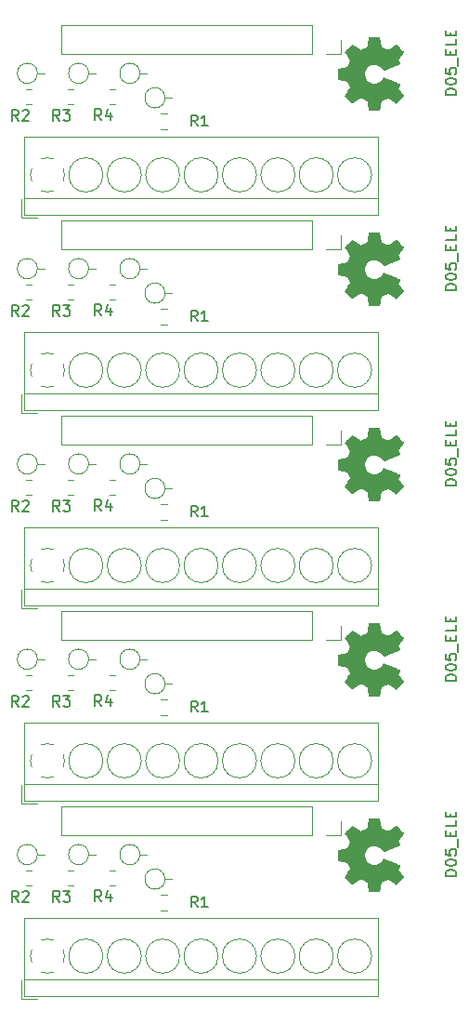
<source format=gbr>
G04 #@! TF.GenerationSoftware,KiCad,Pcbnew,5.1.5-52549c5~86~ubuntu18.04.1*
G04 #@! TF.CreationDate,2020-09-30T18:05:49-05:00*
G04 #@! TF.ProjectId,,58585858-5858-4585-9858-585858585858,rev?*
G04 #@! TF.SameCoordinates,Original*
G04 #@! TF.FileFunction,Legend,Top*
G04 #@! TF.FilePolarity,Positive*
%FSLAX46Y46*%
G04 Gerber Fmt 4.6, Leading zero omitted, Abs format (unit mm)*
G04 Created by KiCad (PCBNEW 5.1.5-52549c5~86~ubuntu18.04.1) date 2020-09-30 18:05:49*
%MOMM*%
%LPD*%
G04 APERTURE LIST*
%ADD10C,0.150000*%
%ADD11C,0.120000*%
%ADD12C,0.010000*%
G04 APERTURE END LIST*
D10*
X137942580Y-112988361D02*
X136942580Y-112988361D01*
X136942580Y-112750266D01*
X136990200Y-112607409D01*
X137085438Y-112512171D01*
X137180676Y-112464552D01*
X137371152Y-112416933D01*
X137514009Y-112416933D01*
X137704485Y-112464552D01*
X137799723Y-112512171D01*
X137894961Y-112607409D01*
X137942580Y-112750266D01*
X137942580Y-112988361D01*
X136942580Y-111797885D02*
X136942580Y-111702647D01*
X136990200Y-111607409D01*
X137037819Y-111559790D01*
X137133057Y-111512171D01*
X137323533Y-111464552D01*
X137561628Y-111464552D01*
X137752104Y-111512171D01*
X137847342Y-111559790D01*
X137894961Y-111607409D01*
X137942580Y-111702647D01*
X137942580Y-111797885D01*
X137894961Y-111893123D01*
X137847342Y-111940742D01*
X137752104Y-111988361D01*
X137561628Y-112035980D01*
X137323533Y-112035980D01*
X137133057Y-111988361D01*
X137037819Y-111940742D01*
X136990200Y-111893123D01*
X136942580Y-111797885D01*
X136942580Y-110559790D02*
X136942580Y-111035980D01*
X137418771Y-111083600D01*
X137371152Y-111035980D01*
X137323533Y-110940742D01*
X137323533Y-110702647D01*
X137371152Y-110607409D01*
X137418771Y-110559790D01*
X137514009Y-110512171D01*
X137752104Y-110512171D01*
X137847342Y-110559790D01*
X137894961Y-110607409D01*
X137942580Y-110702647D01*
X137942580Y-110940742D01*
X137894961Y-111035980D01*
X137847342Y-111083600D01*
X138037819Y-110321695D02*
X138037819Y-109559790D01*
X137418771Y-109321695D02*
X137418771Y-108988361D01*
X137942580Y-108845504D02*
X137942580Y-109321695D01*
X136942580Y-109321695D01*
X136942580Y-108845504D01*
X137942580Y-107940742D02*
X137942580Y-108416933D01*
X136942580Y-108416933D01*
X137418771Y-107607409D02*
X137418771Y-107274076D01*
X137942580Y-107131219D02*
X137942580Y-107607409D01*
X136942580Y-107607409D01*
X136942580Y-107131219D01*
X137942580Y-95208361D02*
X136942580Y-95208361D01*
X136942580Y-94970266D01*
X136990200Y-94827409D01*
X137085438Y-94732171D01*
X137180676Y-94684552D01*
X137371152Y-94636933D01*
X137514009Y-94636933D01*
X137704485Y-94684552D01*
X137799723Y-94732171D01*
X137894961Y-94827409D01*
X137942580Y-94970266D01*
X137942580Y-95208361D01*
X136942580Y-94017885D02*
X136942580Y-93922647D01*
X136990200Y-93827409D01*
X137037819Y-93779790D01*
X137133057Y-93732171D01*
X137323533Y-93684552D01*
X137561628Y-93684552D01*
X137752104Y-93732171D01*
X137847342Y-93779790D01*
X137894961Y-93827409D01*
X137942580Y-93922647D01*
X137942580Y-94017885D01*
X137894961Y-94113123D01*
X137847342Y-94160742D01*
X137752104Y-94208361D01*
X137561628Y-94255980D01*
X137323533Y-94255980D01*
X137133057Y-94208361D01*
X137037819Y-94160742D01*
X136990200Y-94113123D01*
X136942580Y-94017885D01*
X136942580Y-92779790D02*
X136942580Y-93255980D01*
X137418771Y-93303600D01*
X137371152Y-93255980D01*
X137323533Y-93160742D01*
X137323533Y-92922647D01*
X137371152Y-92827409D01*
X137418771Y-92779790D01*
X137514009Y-92732171D01*
X137752104Y-92732171D01*
X137847342Y-92779790D01*
X137894961Y-92827409D01*
X137942580Y-92922647D01*
X137942580Y-93160742D01*
X137894961Y-93255980D01*
X137847342Y-93303600D01*
X138037819Y-92541695D02*
X138037819Y-91779790D01*
X137418771Y-91541695D02*
X137418771Y-91208361D01*
X137942580Y-91065504D02*
X137942580Y-91541695D01*
X136942580Y-91541695D01*
X136942580Y-91065504D01*
X137942580Y-90160742D02*
X137942580Y-90636933D01*
X136942580Y-90636933D01*
X137418771Y-89827409D02*
X137418771Y-89494076D01*
X137942580Y-89351219D02*
X137942580Y-89827409D01*
X136942580Y-89827409D01*
X136942580Y-89351219D01*
X137942580Y-77428361D02*
X136942580Y-77428361D01*
X136942580Y-77190266D01*
X136990200Y-77047409D01*
X137085438Y-76952171D01*
X137180676Y-76904552D01*
X137371152Y-76856933D01*
X137514009Y-76856933D01*
X137704485Y-76904552D01*
X137799723Y-76952171D01*
X137894961Y-77047409D01*
X137942580Y-77190266D01*
X137942580Y-77428361D01*
X136942580Y-76237885D02*
X136942580Y-76142647D01*
X136990200Y-76047409D01*
X137037819Y-75999790D01*
X137133057Y-75952171D01*
X137323533Y-75904552D01*
X137561628Y-75904552D01*
X137752104Y-75952171D01*
X137847342Y-75999790D01*
X137894961Y-76047409D01*
X137942580Y-76142647D01*
X137942580Y-76237885D01*
X137894961Y-76333123D01*
X137847342Y-76380742D01*
X137752104Y-76428361D01*
X137561628Y-76475980D01*
X137323533Y-76475980D01*
X137133057Y-76428361D01*
X137037819Y-76380742D01*
X136990200Y-76333123D01*
X136942580Y-76237885D01*
X136942580Y-74999790D02*
X136942580Y-75475980D01*
X137418771Y-75523600D01*
X137371152Y-75475980D01*
X137323533Y-75380742D01*
X137323533Y-75142647D01*
X137371152Y-75047409D01*
X137418771Y-74999790D01*
X137514009Y-74952171D01*
X137752104Y-74952171D01*
X137847342Y-74999790D01*
X137894961Y-75047409D01*
X137942580Y-75142647D01*
X137942580Y-75380742D01*
X137894961Y-75475980D01*
X137847342Y-75523600D01*
X138037819Y-74761695D02*
X138037819Y-73999790D01*
X137418771Y-73761695D02*
X137418771Y-73428361D01*
X137942580Y-73285504D02*
X137942580Y-73761695D01*
X136942580Y-73761695D01*
X136942580Y-73285504D01*
X137942580Y-72380742D02*
X137942580Y-72856933D01*
X136942580Y-72856933D01*
X137418771Y-72047409D02*
X137418771Y-71714076D01*
X137942580Y-71571219D02*
X137942580Y-72047409D01*
X136942580Y-72047409D01*
X136942580Y-71571219D01*
X137942580Y-59648361D02*
X136942580Y-59648361D01*
X136942580Y-59410266D01*
X136990200Y-59267409D01*
X137085438Y-59172171D01*
X137180676Y-59124552D01*
X137371152Y-59076933D01*
X137514009Y-59076933D01*
X137704485Y-59124552D01*
X137799723Y-59172171D01*
X137894961Y-59267409D01*
X137942580Y-59410266D01*
X137942580Y-59648361D01*
X136942580Y-58457885D02*
X136942580Y-58362647D01*
X136990200Y-58267409D01*
X137037819Y-58219790D01*
X137133057Y-58172171D01*
X137323533Y-58124552D01*
X137561628Y-58124552D01*
X137752104Y-58172171D01*
X137847342Y-58219790D01*
X137894961Y-58267409D01*
X137942580Y-58362647D01*
X137942580Y-58457885D01*
X137894961Y-58553123D01*
X137847342Y-58600742D01*
X137752104Y-58648361D01*
X137561628Y-58695980D01*
X137323533Y-58695980D01*
X137133057Y-58648361D01*
X137037819Y-58600742D01*
X136990200Y-58553123D01*
X136942580Y-58457885D01*
X136942580Y-57219790D02*
X136942580Y-57695980D01*
X137418771Y-57743600D01*
X137371152Y-57695980D01*
X137323533Y-57600742D01*
X137323533Y-57362647D01*
X137371152Y-57267409D01*
X137418771Y-57219790D01*
X137514009Y-57172171D01*
X137752104Y-57172171D01*
X137847342Y-57219790D01*
X137894961Y-57267409D01*
X137942580Y-57362647D01*
X137942580Y-57600742D01*
X137894961Y-57695980D01*
X137847342Y-57743600D01*
X138037819Y-56981695D02*
X138037819Y-56219790D01*
X137418771Y-55981695D02*
X137418771Y-55648361D01*
X137942580Y-55505504D02*
X137942580Y-55981695D01*
X136942580Y-55981695D01*
X136942580Y-55505504D01*
X137942580Y-54600742D02*
X137942580Y-55076933D01*
X136942580Y-55076933D01*
X137418771Y-54267409D02*
X137418771Y-53934076D01*
X137942580Y-53791219D02*
X137942580Y-54267409D01*
X136942580Y-54267409D01*
X136942580Y-53791219D01*
X137942580Y-41868361D02*
X136942580Y-41868361D01*
X136942580Y-41630266D01*
X136990200Y-41487409D01*
X137085438Y-41392171D01*
X137180676Y-41344552D01*
X137371152Y-41296933D01*
X137514009Y-41296933D01*
X137704485Y-41344552D01*
X137799723Y-41392171D01*
X137894961Y-41487409D01*
X137942580Y-41630266D01*
X137942580Y-41868361D01*
X136942580Y-40677885D02*
X136942580Y-40582647D01*
X136990200Y-40487409D01*
X137037819Y-40439790D01*
X137133057Y-40392171D01*
X137323533Y-40344552D01*
X137561628Y-40344552D01*
X137752104Y-40392171D01*
X137847342Y-40439790D01*
X137894961Y-40487409D01*
X137942580Y-40582647D01*
X137942580Y-40677885D01*
X137894961Y-40773123D01*
X137847342Y-40820742D01*
X137752104Y-40868361D01*
X137561628Y-40915980D01*
X137323533Y-40915980D01*
X137133057Y-40868361D01*
X137037819Y-40820742D01*
X136990200Y-40773123D01*
X136942580Y-40677885D01*
X136942580Y-39439790D02*
X136942580Y-39915980D01*
X137418771Y-39963600D01*
X137371152Y-39915980D01*
X137323533Y-39820742D01*
X137323533Y-39582647D01*
X137371152Y-39487409D01*
X137418771Y-39439790D01*
X137514009Y-39392171D01*
X137752104Y-39392171D01*
X137847342Y-39439790D01*
X137894961Y-39487409D01*
X137942580Y-39582647D01*
X137942580Y-39820742D01*
X137894961Y-39915980D01*
X137847342Y-39963600D01*
X138037819Y-39201695D02*
X138037819Y-38439790D01*
X137418771Y-38201695D02*
X137418771Y-37868361D01*
X137942580Y-37725504D02*
X137942580Y-38201695D01*
X136942580Y-38201695D01*
X136942580Y-37725504D01*
X137942580Y-36820742D02*
X137942580Y-37296933D01*
X136942580Y-37296933D01*
X137418771Y-36487409D02*
X137418771Y-36154076D01*
X137942580Y-36011219D02*
X137942580Y-36487409D01*
X136942580Y-36487409D01*
X136942580Y-36011219D01*
D11*
X101273387Y-121700385D02*
G75*
G02X100665800Y-121824000I-607587J1431385D01*
G01*
X102097909Y-119661258D02*
G75*
G02X102097800Y-120877000I-1432109J-607742D01*
G01*
X100058058Y-118836891D02*
G75*
G02X101273800Y-118837000I607742J-1432109D01*
G01*
X99233691Y-120876742D02*
G75*
G02X99233800Y-119661000I1432109J607742D01*
G01*
X100692811Y-121824492D02*
G75*
G02X100057800Y-121701000I-27011J1555492D01*
G01*
X105720800Y-120269000D02*
G75*
G03X105720800Y-120269000I-1555000J0D01*
G01*
X109220800Y-120269000D02*
G75*
G03X109220800Y-120269000I-1555000J0D01*
G01*
X112720800Y-120269000D02*
G75*
G03X112720800Y-120269000I-1555000J0D01*
G01*
X116220800Y-120269000D02*
G75*
G03X116220800Y-120269000I-1555000J0D01*
G01*
X119720800Y-120269000D02*
G75*
G03X119720800Y-120269000I-1555000J0D01*
G01*
X123220800Y-120269000D02*
G75*
G03X123220800Y-120269000I-1555000J0D01*
G01*
X126720800Y-120269000D02*
G75*
G03X126720800Y-120269000I-1555000J0D01*
G01*
X130220800Y-120269000D02*
G75*
G03X130220800Y-120269000I-1555000J0D01*
G01*
X98505800Y-122369000D02*
X130825800Y-122369000D01*
X98505800Y-116809000D02*
X130825800Y-116809000D01*
X98505800Y-123929000D02*
X130825800Y-123929000D01*
X98505800Y-116809000D02*
X98505800Y-123929000D01*
X130825800Y-116809000D02*
X130825800Y-123929000D01*
X98265800Y-122429000D02*
X98265800Y-124169000D01*
X98265800Y-124169000D02*
X99765800Y-124169000D01*
X101273387Y-103920385D02*
G75*
G02X100665800Y-104044000I-607587J1431385D01*
G01*
X102097909Y-101881258D02*
G75*
G02X102097800Y-103097000I-1432109J-607742D01*
G01*
X100058058Y-101056891D02*
G75*
G02X101273800Y-101057000I607742J-1432109D01*
G01*
X99233691Y-103096742D02*
G75*
G02X99233800Y-101881000I1432109J607742D01*
G01*
X100692811Y-104044492D02*
G75*
G02X100057800Y-103921000I-27011J1555492D01*
G01*
X105720800Y-102489000D02*
G75*
G03X105720800Y-102489000I-1555000J0D01*
G01*
X109220800Y-102489000D02*
G75*
G03X109220800Y-102489000I-1555000J0D01*
G01*
X112720800Y-102489000D02*
G75*
G03X112720800Y-102489000I-1555000J0D01*
G01*
X116220800Y-102489000D02*
G75*
G03X116220800Y-102489000I-1555000J0D01*
G01*
X119720800Y-102489000D02*
G75*
G03X119720800Y-102489000I-1555000J0D01*
G01*
X123220800Y-102489000D02*
G75*
G03X123220800Y-102489000I-1555000J0D01*
G01*
X126720800Y-102489000D02*
G75*
G03X126720800Y-102489000I-1555000J0D01*
G01*
X130220800Y-102489000D02*
G75*
G03X130220800Y-102489000I-1555000J0D01*
G01*
X98505800Y-104589000D02*
X130825800Y-104589000D01*
X98505800Y-99029000D02*
X130825800Y-99029000D01*
X98505800Y-106149000D02*
X130825800Y-106149000D01*
X98505800Y-99029000D02*
X98505800Y-106149000D01*
X130825800Y-99029000D02*
X130825800Y-106149000D01*
X98265800Y-104649000D02*
X98265800Y-106389000D01*
X98265800Y-106389000D02*
X99765800Y-106389000D01*
X101273387Y-86140385D02*
G75*
G02X100665800Y-86264000I-607587J1431385D01*
G01*
X102097909Y-84101258D02*
G75*
G02X102097800Y-85317000I-1432109J-607742D01*
G01*
X100058058Y-83276891D02*
G75*
G02X101273800Y-83277000I607742J-1432109D01*
G01*
X99233691Y-85316742D02*
G75*
G02X99233800Y-84101000I1432109J607742D01*
G01*
X100692811Y-86264492D02*
G75*
G02X100057800Y-86141000I-27011J1555492D01*
G01*
X105720800Y-84709000D02*
G75*
G03X105720800Y-84709000I-1555000J0D01*
G01*
X109220800Y-84709000D02*
G75*
G03X109220800Y-84709000I-1555000J0D01*
G01*
X112720800Y-84709000D02*
G75*
G03X112720800Y-84709000I-1555000J0D01*
G01*
X116220800Y-84709000D02*
G75*
G03X116220800Y-84709000I-1555000J0D01*
G01*
X119720800Y-84709000D02*
G75*
G03X119720800Y-84709000I-1555000J0D01*
G01*
X123220800Y-84709000D02*
G75*
G03X123220800Y-84709000I-1555000J0D01*
G01*
X126720800Y-84709000D02*
G75*
G03X126720800Y-84709000I-1555000J0D01*
G01*
X130220800Y-84709000D02*
G75*
G03X130220800Y-84709000I-1555000J0D01*
G01*
X98505800Y-86809000D02*
X130825800Y-86809000D01*
X98505800Y-81249000D02*
X130825800Y-81249000D01*
X98505800Y-88369000D02*
X130825800Y-88369000D01*
X98505800Y-81249000D02*
X98505800Y-88369000D01*
X130825800Y-81249000D02*
X130825800Y-88369000D01*
X98265800Y-86869000D02*
X98265800Y-88609000D01*
X98265800Y-88609000D02*
X99765800Y-88609000D01*
X101273387Y-68360385D02*
G75*
G02X100665800Y-68484000I-607587J1431385D01*
G01*
X102097909Y-66321258D02*
G75*
G02X102097800Y-67537000I-1432109J-607742D01*
G01*
X100058058Y-65496891D02*
G75*
G02X101273800Y-65497000I607742J-1432109D01*
G01*
X99233691Y-67536742D02*
G75*
G02X99233800Y-66321000I1432109J607742D01*
G01*
X100692811Y-68484492D02*
G75*
G02X100057800Y-68361000I-27011J1555492D01*
G01*
X105720800Y-66929000D02*
G75*
G03X105720800Y-66929000I-1555000J0D01*
G01*
X109220800Y-66929000D02*
G75*
G03X109220800Y-66929000I-1555000J0D01*
G01*
X112720800Y-66929000D02*
G75*
G03X112720800Y-66929000I-1555000J0D01*
G01*
X116220800Y-66929000D02*
G75*
G03X116220800Y-66929000I-1555000J0D01*
G01*
X119720800Y-66929000D02*
G75*
G03X119720800Y-66929000I-1555000J0D01*
G01*
X123220800Y-66929000D02*
G75*
G03X123220800Y-66929000I-1555000J0D01*
G01*
X126720800Y-66929000D02*
G75*
G03X126720800Y-66929000I-1555000J0D01*
G01*
X130220800Y-66929000D02*
G75*
G03X130220800Y-66929000I-1555000J0D01*
G01*
X98505800Y-69029000D02*
X130825800Y-69029000D01*
X98505800Y-63469000D02*
X130825800Y-63469000D01*
X98505800Y-70589000D02*
X130825800Y-70589000D01*
X98505800Y-63469000D02*
X98505800Y-70589000D01*
X130825800Y-63469000D02*
X130825800Y-70589000D01*
X98265800Y-69089000D02*
X98265800Y-70829000D01*
X98265800Y-70829000D02*
X99765800Y-70829000D01*
X111384600Y-113258600D02*
G75*
G03X111384600Y-113258600I-920000J0D01*
G01*
X111384600Y-113258600D02*
X112004600Y-113258600D01*
X111384600Y-95478600D02*
G75*
G03X111384600Y-95478600I-920000J0D01*
G01*
X111384600Y-95478600D02*
X112004600Y-95478600D01*
X111384600Y-77698600D02*
G75*
G03X111384600Y-77698600I-920000J0D01*
G01*
X111384600Y-77698600D02*
X112004600Y-77698600D01*
X111384600Y-59918600D02*
G75*
G03X111384600Y-59918600I-920000J0D01*
G01*
X111384600Y-59918600D02*
X112004600Y-59918600D01*
X99751400Y-111023400D02*
G75*
G03X99751400Y-111023400I-920000J0D01*
G01*
X99751400Y-111023400D02*
X100371400Y-111023400D01*
X99751400Y-93243400D02*
G75*
G03X99751400Y-93243400I-920000J0D01*
G01*
X99751400Y-93243400D02*
X100371400Y-93243400D01*
X99751400Y-75463400D02*
G75*
G03X99751400Y-75463400I-920000J0D01*
G01*
X99751400Y-75463400D02*
X100371400Y-75463400D01*
X99751400Y-57683400D02*
G75*
G03X99751400Y-57683400I-920000J0D01*
G01*
X99751400Y-57683400D02*
X100371400Y-57683400D01*
X104425000Y-111023400D02*
G75*
G03X104425000Y-111023400I-920000J0D01*
G01*
X104425000Y-111023400D02*
X105045000Y-111023400D01*
X104425000Y-93243400D02*
G75*
G03X104425000Y-93243400I-920000J0D01*
G01*
X104425000Y-93243400D02*
X105045000Y-93243400D01*
X104425000Y-75463400D02*
G75*
G03X104425000Y-75463400I-920000J0D01*
G01*
X104425000Y-75463400D02*
X105045000Y-75463400D01*
X104425000Y-57683400D02*
G75*
G03X104425000Y-57683400I-920000J0D01*
G01*
X104425000Y-57683400D02*
X105045000Y-57683400D01*
X124825800Y-106620000D02*
X124825800Y-109280000D01*
X124825800Y-106620000D02*
X101905800Y-106620000D01*
X101905800Y-106620000D02*
X101905800Y-109280000D01*
X124825800Y-109280000D02*
X101905800Y-109280000D01*
X127425800Y-109280000D02*
X126095800Y-109280000D01*
X127425800Y-107950000D02*
X127425800Y-109280000D01*
X124825800Y-88840000D02*
X124825800Y-91500000D01*
X124825800Y-88840000D02*
X101905800Y-88840000D01*
X101905800Y-88840000D02*
X101905800Y-91500000D01*
X124825800Y-91500000D02*
X101905800Y-91500000D01*
X127425800Y-91500000D02*
X126095800Y-91500000D01*
X127425800Y-90170000D02*
X127425800Y-91500000D01*
X124825800Y-71060000D02*
X124825800Y-73720000D01*
X124825800Y-71060000D02*
X101905800Y-71060000D01*
X101905800Y-71060000D02*
X101905800Y-73720000D01*
X124825800Y-73720000D02*
X101905800Y-73720000D01*
X127425800Y-73720000D02*
X126095800Y-73720000D01*
X127425800Y-72390000D02*
X127425800Y-73720000D01*
X124825800Y-53280000D02*
X124825800Y-55940000D01*
X124825800Y-53280000D02*
X101905800Y-53280000D01*
X101905800Y-53280000D02*
X101905800Y-55940000D01*
X124825800Y-55940000D02*
X101905800Y-55940000D01*
X127425800Y-55940000D02*
X126095800Y-55940000D01*
X127425800Y-54610000D02*
X127425800Y-55940000D01*
D12*
G36*
X127593131Y-110518386D02*
G01*
X128037755Y-110434565D01*
X128165253Y-110125280D01*
X128292751Y-109815994D01*
X128040446Y-109444954D01*
X127970196Y-109341043D01*
X127907472Y-109247113D01*
X127855138Y-109167548D01*
X127816057Y-109106730D01*
X127793093Y-109069043D01*
X127788142Y-109058779D01*
X127800876Y-109040290D01*
X127836082Y-109000780D01*
X127889262Y-108944678D01*
X127955918Y-108876413D01*
X128031554Y-108800414D01*
X128111672Y-108721108D01*
X128191774Y-108642925D01*
X128267364Y-108570293D01*
X128333945Y-108507641D01*
X128387018Y-108459397D01*
X128422087Y-108429990D01*
X128433823Y-108422959D01*
X128455460Y-108433077D01*
X128502862Y-108461441D01*
X128571393Y-108505071D01*
X128656415Y-108560982D01*
X128753293Y-108626194D01*
X128808550Y-108663981D01*
X128909448Y-108732857D01*
X129000499Y-108794060D01*
X129077170Y-108844622D01*
X129134928Y-108881572D01*
X129169243Y-108901942D01*
X129176454Y-108905003D01*
X129196948Y-108898064D01*
X129244713Y-108879149D01*
X129313032Y-108851113D01*
X129395189Y-108816809D01*
X129484470Y-108779091D01*
X129574158Y-108740813D01*
X129657538Y-108704830D01*
X129727894Y-108673994D01*
X129778510Y-108651161D01*
X129802671Y-108639183D01*
X129803622Y-108638476D01*
X129808236Y-108619669D01*
X129818528Y-108569582D01*
X129833487Y-108493407D01*
X129852101Y-108396335D01*
X129873359Y-108283557D01*
X129885618Y-108217758D01*
X129908562Y-108097250D01*
X129930395Y-107988403D01*
X129949922Y-107896724D01*
X129965948Y-107827719D01*
X129977279Y-107786896D01*
X129980874Y-107778689D01*
X130005206Y-107770652D01*
X130060159Y-107764167D01*
X130139308Y-107759230D01*
X130236226Y-107755836D01*
X130344487Y-107753982D01*
X130457665Y-107753662D01*
X130569335Y-107754873D01*
X130673068Y-107757610D01*
X130762441Y-107761869D01*
X130831026Y-107767645D01*
X130872397Y-107774933D01*
X130881010Y-107779305D01*
X130891333Y-107805436D01*
X130906092Y-107860807D01*
X130923552Y-107938093D01*
X130941980Y-108029970D01*
X130947941Y-108062042D01*
X130976266Y-108216676D01*
X130999076Y-108338825D01*
X131017280Y-108432527D01*
X131031783Y-108501816D01*
X131043492Y-108550729D01*
X131053315Y-108583303D01*
X131062156Y-108603572D01*
X131070924Y-108615574D01*
X131072657Y-108617253D01*
X131100571Y-108634016D01*
X131154895Y-108659586D01*
X131228977Y-108691412D01*
X131316165Y-108726940D01*
X131409808Y-108763617D01*
X131503252Y-108798889D01*
X131589847Y-108830204D01*
X131662940Y-108855007D01*
X131715878Y-108870746D01*
X131742011Y-108874868D01*
X131742926Y-108874524D01*
X131764286Y-108860559D01*
X131811284Y-108828878D01*
X131879027Y-108782809D01*
X131962623Y-108725682D01*
X132057182Y-108660827D01*
X132084054Y-108642357D01*
X132181475Y-108576501D01*
X132270363Y-108518550D01*
X132345612Y-108471662D01*
X132402120Y-108438993D01*
X132434781Y-108423700D01*
X132438793Y-108422959D01*
X132459884Y-108435808D01*
X132501664Y-108471312D01*
X132559645Y-108524907D01*
X132629335Y-108592029D01*
X132706245Y-108668113D01*
X132785883Y-108748596D01*
X132863761Y-108828913D01*
X132935386Y-108904501D01*
X132996270Y-108970795D01*
X133041921Y-109023231D01*
X133067850Y-109057245D01*
X133072083Y-109066655D01*
X133062112Y-109088557D01*
X133035220Y-109133400D01*
X132995936Y-109193879D01*
X132964317Y-109240411D01*
X132906298Y-109324725D01*
X132837984Y-109424574D01*
X132769779Y-109524727D01*
X132733275Y-109578573D01*
X132610000Y-109760829D01*
X132692720Y-109913819D01*
X132728959Y-109983518D01*
X132757126Y-110042786D01*
X132773191Y-110082889D01*
X132775426Y-110093097D01*
X132758922Y-110105371D01*
X132712282Y-110129587D01*
X132639809Y-110163937D01*
X132545806Y-110206612D01*
X132434574Y-110255806D01*
X132310415Y-110309710D01*
X132177632Y-110366516D01*
X132040527Y-110424418D01*
X131903402Y-110481607D01*
X131770558Y-110536276D01*
X131646298Y-110586616D01*
X131534925Y-110630820D01*
X131440739Y-110667081D01*
X131368044Y-110693591D01*
X131321141Y-110708542D01*
X131305033Y-110710946D01*
X131284486Y-110691889D01*
X131251133Y-110650164D01*
X131211902Y-110594494D01*
X131208799Y-110589822D01*
X131093623Y-110445936D01*
X130959253Y-110329917D01*
X130809984Y-110242770D01*
X130650113Y-110185501D01*
X130483937Y-110159114D01*
X130315752Y-110164615D01*
X130149855Y-110203010D01*
X129990542Y-110275305D01*
X129955687Y-110296574D01*
X129814937Y-110407204D01*
X129701914Y-110537898D01*
X129617203Y-110684136D01*
X129561394Y-110841392D01*
X129535074Y-111005143D01*
X129538830Y-111170867D01*
X129573250Y-111334038D01*
X129638923Y-111490135D01*
X129736435Y-111634633D01*
X129776013Y-111679331D01*
X129899903Y-111793088D01*
X130030324Y-111875982D01*
X130176515Y-111932844D01*
X130321288Y-111964513D01*
X130484060Y-111972331D01*
X130647640Y-111946262D01*
X130806498Y-111888955D01*
X130955106Y-111803056D01*
X131087935Y-111691214D01*
X131199456Y-111556077D01*
X131211211Y-111538317D01*
X131249708Y-111482050D01*
X131283063Y-111439277D01*
X131304360Y-111418828D01*
X131305033Y-111418531D01*
X131328071Y-111422921D01*
X131380357Y-111440324D01*
X131457590Y-111468932D01*
X131555468Y-111506935D01*
X131669691Y-111552526D01*
X131795958Y-111603897D01*
X131929967Y-111659238D01*
X132067418Y-111716742D01*
X132204008Y-111774599D01*
X132335437Y-111831002D01*
X132457405Y-111884142D01*
X132565609Y-111932210D01*
X132655749Y-111973399D01*
X132723523Y-112005899D01*
X132764630Y-112027903D01*
X132775426Y-112036764D01*
X132767019Y-112063840D01*
X132744472Y-112114503D01*
X132711813Y-112180017D01*
X132692720Y-112216041D01*
X132610000Y-112369032D01*
X132733275Y-112551288D01*
X132796428Y-112644325D01*
X132865927Y-112746185D01*
X132931365Y-112841638D01*
X132964317Y-112889450D01*
X133009473Y-112956695D01*
X133045257Y-113013636D01*
X133067138Y-113052846D01*
X133071763Y-113065581D01*
X133059285Y-113084117D01*
X133024452Y-113125141D01*
X132970878Y-113184675D01*
X132902183Y-113258742D01*
X132821981Y-113343365D01*
X132770486Y-113396885D01*
X132678486Y-113490519D01*
X132596199Y-113571441D01*
X132527145Y-113636377D01*
X132474844Y-113682058D01*
X132442816Y-113705211D01*
X132436316Y-113707432D01*
X132411594Y-113697124D01*
X132361605Y-113668639D01*
X132291412Y-113625137D01*
X132206075Y-113569777D01*
X132110656Y-113505720D01*
X132084054Y-113487503D01*
X131987367Y-113421127D01*
X131900317Y-113361578D01*
X131827795Y-113312184D01*
X131774693Y-113276275D01*
X131745903Y-113257181D01*
X131742926Y-113255336D01*
X131719982Y-113258095D01*
X131669536Y-113272738D01*
X131598241Y-113296713D01*
X131512747Y-113327466D01*
X131419707Y-113362444D01*
X131325774Y-113399093D01*
X131237599Y-113434861D01*
X131161834Y-113467194D01*
X131105131Y-113493538D01*
X131074143Y-113511342D01*
X131072657Y-113512607D01*
X131063801Y-113523494D01*
X131055043Y-113541882D01*
X131045477Y-113571806D01*
X131034196Y-113617303D01*
X131020293Y-113682409D01*
X131002863Y-113771161D01*
X130980998Y-113887593D01*
X130953791Y-114035742D01*
X130947941Y-114067818D01*
X130929574Y-114162886D01*
X130911605Y-114245765D01*
X130895769Y-114309130D01*
X130883800Y-114345658D01*
X130881010Y-114350556D01*
X130856272Y-114358627D01*
X130800990Y-114365187D01*
X130721589Y-114370233D01*
X130624496Y-114373759D01*
X130516138Y-114375761D01*
X130402940Y-114376236D01*
X130291328Y-114375177D01*
X130187729Y-114372582D01*
X130098568Y-114368446D01*
X130030272Y-114362763D01*
X129989266Y-114355531D01*
X129980874Y-114351171D01*
X129972408Y-114326898D01*
X129958635Y-114271626D01*
X129940750Y-114190862D01*
X129919948Y-114090112D01*
X129897423Y-113974883D01*
X129885618Y-113912102D01*
X129863351Y-113792987D01*
X129843179Y-113686765D01*
X129826115Y-113598627D01*
X129813169Y-113533766D01*
X129805355Y-113497374D01*
X129803622Y-113491384D01*
X129784090Y-113481261D01*
X129737043Y-113459862D01*
X129669203Y-113430039D01*
X129587291Y-113394645D01*
X129498028Y-113356532D01*
X129408135Y-113318553D01*
X129324335Y-113283560D01*
X129253347Y-113254406D01*
X129201894Y-113233943D01*
X129176697Y-113225023D01*
X129175596Y-113224857D01*
X129155719Y-113234969D01*
X129109977Y-113263317D01*
X129042917Y-113306923D01*
X128959084Y-113362806D01*
X128863026Y-113427987D01*
X128807850Y-113465879D01*
X128706681Y-113534925D01*
X128614830Y-113596250D01*
X128536944Y-113646863D01*
X128477669Y-113683771D01*
X128441651Y-113703982D01*
X128433577Y-113706901D01*
X128414784Y-113694353D01*
X128374657Y-113659663D01*
X128317693Y-113607263D01*
X128248385Y-113541584D01*
X128171231Y-113467056D01*
X128090725Y-113388113D01*
X128011363Y-113309183D01*
X127937640Y-113234700D01*
X127874052Y-113169094D01*
X127825094Y-113116796D01*
X127795261Y-113082239D01*
X127788142Y-113070678D01*
X127798153Y-113051854D01*
X127826278Y-113006831D01*
X127869654Y-112939987D01*
X127925418Y-112855699D01*
X127990706Y-112758344D01*
X128040446Y-112684907D01*
X128292751Y-112313867D01*
X128037755Y-111695295D01*
X127593131Y-111611475D01*
X127148507Y-111527654D01*
X127148507Y-110602206D01*
X127593131Y-110518386D01*
G37*
X127593131Y-110518386D02*
X128037755Y-110434565D01*
X128165253Y-110125280D01*
X128292751Y-109815994D01*
X128040446Y-109444954D01*
X127970196Y-109341043D01*
X127907472Y-109247113D01*
X127855138Y-109167548D01*
X127816057Y-109106730D01*
X127793093Y-109069043D01*
X127788142Y-109058779D01*
X127800876Y-109040290D01*
X127836082Y-109000780D01*
X127889262Y-108944678D01*
X127955918Y-108876413D01*
X128031554Y-108800414D01*
X128111672Y-108721108D01*
X128191774Y-108642925D01*
X128267364Y-108570293D01*
X128333945Y-108507641D01*
X128387018Y-108459397D01*
X128422087Y-108429990D01*
X128433823Y-108422959D01*
X128455460Y-108433077D01*
X128502862Y-108461441D01*
X128571393Y-108505071D01*
X128656415Y-108560982D01*
X128753293Y-108626194D01*
X128808550Y-108663981D01*
X128909448Y-108732857D01*
X129000499Y-108794060D01*
X129077170Y-108844622D01*
X129134928Y-108881572D01*
X129169243Y-108901942D01*
X129176454Y-108905003D01*
X129196948Y-108898064D01*
X129244713Y-108879149D01*
X129313032Y-108851113D01*
X129395189Y-108816809D01*
X129484470Y-108779091D01*
X129574158Y-108740813D01*
X129657538Y-108704830D01*
X129727894Y-108673994D01*
X129778510Y-108651161D01*
X129802671Y-108639183D01*
X129803622Y-108638476D01*
X129808236Y-108619669D01*
X129818528Y-108569582D01*
X129833487Y-108493407D01*
X129852101Y-108396335D01*
X129873359Y-108283557D01*
X129885618Y-108217758D01*
X129908562Y-108097250D01*
X129930395Y-107988403D01*
X129949922Y-107896724D01*
X129965948Y-107827719D01*
X129977279Y-107786896D01*
X129980874Y-107778689D01*
X130005206Y-107770652D01*
X130060159Y-107764167D01*
X130139308Y-107759230D01*
X130236226Y-107755836D01*
X130344487Y-107753982D01*
X130457665Y-107753662D01*
X130569335Y-107754873D01*
X130673068Y-107757610D01*
X130762441Y-107761869D01*
X130831026Y-107767645D01*
X130872397Y-107774933D01*
X130881010Y-107779305D01*
X130891333Y-107805436D01*
X130906092Y-107860807D01*
X130923552Y-107938093D01*
X130941980Y-108029970D01*
X130947941Y-108062042D01*
X130976266Y-108216676D01*
X130999076Y-108338825D01*
X131017280Y-108432527D01*
X131031783Y-108501816D01*
X131043492Y-108550729D01*
X131053315Y-108583303D01*
X131062156Y-108603572D01*
X131070924Y-108615574D01*
X131072657Y-108617253D01*
X131100571Y-108634016D01*
X131154895Y-108659586D01*
X131228977Y-108691412D01*
X131316165Y-108726940D01*
X131409808Y-108763617D01*
X131503252Y-108798889D01*
X131589847Y-108830204D01*
X131662940Y-108855007D01*
X131715878Y-108870746D01*
X131742011Y-108874868D01*
X131742926Y-108874524D01*
X131764286Y-108860559D01*
X131811284Y-108828878D01*
X131879027Y-108782809D01*
X131962623Y-108725682D01*
X132057182Y-108660827D01*
X132084054Y-108642357D01*
X132181475Y-108576501D01*
X132270363Y-108518550D01*
X132345612Y-108471662D01*
X132402120Y-108438993D01*
X132434781Y-108423700D01*
X132438793Y-108422959D01*
X132459884Y-108435808D01*
X132501664Y-108471312D01*
X132559645Y-108524907D01*
X132629335Y-108592029D01*
X132706245Y-108668113D01*
X132785883Y-108748596D01*
X132863761Y-108828913D01*
X132935386Y-108904501D01*
X132996270Y-108970795D01*
X133041921Y-109023231D01*
X133067850Y-109057245D01*
X133072083Y-109066655D01*
X133062112Y-109088557D01*
X133035220Y-109133400D01*
X132995936Y-109193879D01*
X132964317Y-109240411D01*
X132906298Y-109324725D01*
X132837984Y-109424574D01*
X132769779Y-109524727D01*
X132733275Y-109578573D01*
X132610000Y-109760829D01*
X132692720Y-109913819D01*
X132728959Y-109983518D01*
X132757126Y-110042786D01*
X132773191Y-110082889D01*
X132775426Y-110093097D01*
X132758922Y-110105371D01*
X132712282Y-110129587D01*
X132639809Y-110163937D01*
X132545806Y-110206612D01*
X132434574Y-110255806D01*
X132310415Y-110309710D01*
X132177632Y-110366516D01*
X132040527Y-110424418D01*
X131903402Y-110481607D01*
X131770558Y-110536276D01*
X131646298Y-110586616D01*
X131534925Y-110630820D01*
X131440739Y-110667081D01*
X131368044Y-110693591D01*
X131321141Y-110708542D01*
X131305033Y-110710946D01*
X131284486Y-110691889D01*
X131251133Y-110650164D01*
X131211902Y-110594494D01*
X131208799Y-110589822D01*
X131093623Y-110445936D01*
X130959253Y-110329917D01*
X130809984Y-110242770D01*
X130650113Y-110185501D01*
X130483937Y-110159114D01*
X130315752Y-110164615D01*
X130149855Y-110203010D01*
X129990542Y-110275305D01*
X129955687Y-110296574D01*
X129814937Y-110407204D01*
X129701914Y-110537898D01*
X129617203Y-110684136D01*
X129561394Y-110841392D01*
X129535074Y-111005143D01*
X129538830Y-111170867D01*
X129573250Y-111334038D01*
X129638923Y-111490135D01*
X129736435Y-111634633D01*
X129776013Y-111679331D01*
X129899903Y-111793088D01*
X130030324Y-111875982D01*
X130176515Y-111932844D01*
X130321288Y-111964513D01*
X130484060Y-111972331D01*
X130647640Y-111946262D01*
X130806498Y-111888955D01*
X130955106Y-111803056D01*
X131087935Y-111691214D01*
X131199456Y-111556077D01*
X131211211Y-111538317D01*
X131249708Y-111482050D01*
X131283063Y-111439277D01*
X131304360Y-111418828D01*
X131305033Y-111418531D01*
X131328071Y-111422921D01*
X131380357Y-111440324D01*
X131457590Y-111468932D01*
X131555468Y-111506935D01*
X131669691Y-111552526D01*
X131795958Y-111603897D01*
X131929967Y-111659238D01*
X132067418Y-111716742D01*
X132204008Y-111774599D01*
X132335437Y-111831002D01*
X132457405Y-111884142D01*
X132565609Y-111932210D01*
X132655749Y-111973399D01*
X132723523Y-112005899D01*
X132764630Y-112027903D01*
X132775426Y-112036764D01*
X132767019Y-112063840D01*
X132744472Y-112114503D01*
X132711813Y-112180017D01*
X132692720Y-112216041D01*
X132610000Y-112369032D01*
X132733275Y-112551288D01*
X132796428Y-112644325D01*
X132865927Y-112746185D01*
X132931365Y-112841638D01*
X132964317Y-112889450D01*
X133009473Y-112956695D01*
X133045257Y-113013636D01*
X133067138Y-113052846D01*
X133071763Y-113065581D01*
X133059285Y-113084117D01*
X133024452Y-113125141D01*
X132970878Y-113184675D01*
X132902183Y-113258742D01*
X132821981Y-113343365D01*
X132770486Y-113396885D01*
X132678486Y-113490519D01*
X132596199Y-113571441D01*
X132527145Y-113636377D01*
X132474844Y-113682058D01*
X132442816Y-113705211D01*
X132436316Y-113707432D01*
X132411594Y-113697124D01*
X132361605Y-113668639D01*
X132291412Y-113625137D01*
X132206075Y-113569777D01*
X132110656Y-113505720D01*
X132084054Y-113487503D01*
X131987367Y-113421127D01*
X131900317Y-113361578D01*
X131827795Y-113312184D01*
X131774693Y-113276275D01*
X131745903Y-113257181D01*
X131742926Y-113255336D01*
X131719982Y-113258095D01*
X131669536Y-113272738D01*
X131598241Y-113296713D01*
X131512747Y-113327466D01*
X131419707Y-113362444D01*
X131325774Y-113399093D01*
X131237599Y-113434861D01*
X131161834Y-113467194D01*
X131105131Y-113493538D01*
X131074143Y-113511342D01*
X131072657Y-113512607D01*
X131063801Y-113523494D01*
X131055043Y-113541882D01*
X131045477Y-113571806D01*
X131034196Y-113617303D01*
X131020293Y-113682409D01*
X131002863Y-113771161D01*
X130980998Y-113887593D01*
X130953791Y-114035742D01*
X130947941Y-114067818D01*
X130929574Y-114162886D01*
X130911605Y-114245765D01*
X130895769Y-114309130D01*
X130883800Y-114345658D01*
X130881010Y-114350556D01*
X130856272Y-114358627D01*
X130800990Y-114365187D01*
X130721589Y-114370233D01*
X130624496Y-114373759D01*
X130516138Y-114375761D01*
X130402940Y-114376236D01*
X130291328Y-114375177D01*
X130187729Y-114372582D01*
X130098568Y-114368446D01*
X130030272Y-114362763D01*
X129989266Y-114355531D01*
X129980874Y-114351171D01*
X129972408Y-114326898D01*
X129958635Y-114271626D01*
X129940750Y-114190862D01*
X129919948Y-114090112D01*
X129897423Y-113974883D01*
X129885618Y-113912102D01*
X129863351Y-113792987D01*
X129843179Y-113686765D01*
X129826115Y-113598627D01*
X129813169Y-113533766D01*
X129805355Y-113497374D01*
X129803622Y-113491384D01*
X129784090Y-113481261D01*
X129737043Y-113459862D01*
X129669203Y-113430039D01*
X129587291Y-113394645D01*
X129498028Y-113356532D01*
X129408135Y-113318553D01*
X129324335Y-113283560D01*
X129253347Y-113254406D01*
X129201894Y-113233943D01*
X129176697Y-113225023D01*
X129175596Y-113224857D01*
X129155719Y-113234969D01*
X129109977Y-113263317D01*
X129042917Y-113306923D01*
X128959084Y-113362806D01*
X128863026Y-113427987D01*
X128807850Y-113465879D01*
X128706681Y-113534925D01*
X128614830Y-113596250D01*
X128536944Y-113646863D01*
X128477669Y-113683771D01*
X128441651Y-113703982D01*
X128433577Y-113706901D01*
X128414784Y-113694353D01*
X128374657Y-113659663D01*
X128317693Y-113607263D01*
X128248385Y-113541584D01*
X128171231Y-113467056D01*
X128090725Y-113388113D01*
X128011363Y-113309183D01*
X127937640Y-113234700D01*
X127874052Y-113169094D01*
X127825094Y-113116796D01*
X127795261Y-113082239D01*
X127788142Y-113070678D01*
X127798153Y-113051854D01*
X127826278Y-113006831D01*
X127869654Y-112939987D01*
X127925418Y-112855699D01*
X127990706Y-112758344D01*
X128040446Y-112684907D01*
X128292751Y-112313867D01*
X128037755Y-111695295D01*
X127593131Y-111611475D01*
X127148507Y-111527654D01*
X127148507Y-110602206D01*
X127593131Y-110518386D01*
G36*
X127593131Y-92738386D02*
G01*
X128037755Y-92654565D01*
X128165253Y-92345280D01*
X128292751Y-92035994D01*
X128040446Y-91664954D01*
X127970196Y-91561043D01*
X127907472Y-91467113D01*
X127855138Y-91387548D01*
X127816057Y-91326730D01*
X127793093Y-91289043D01*
X127788142Y-91278779D01*
X127800876Y-91260290D01*
X127836082Y-91220780D01*
X127889262Y-91164678D01*
X127955918Y-91096413D01*
X128031554Y-91020414D01*
X128111672Y-90941108D01*
X128191774Y-90862925D01*
X128267364Y-90790293D01*
X128333945Y-90727641D01*
X128387018Y-90679397D01*
X128422087Y-90649990D01*
X128433823Y-90642959D01*
X128455460Y-90653077D01*
X128502862Y-90681441D01*
X128571393Y-90725071D01*
X128656415Y-90780982D01*
X128753293Y-90846194D01*
X128808550Y-90883981D01*
X128909448Y-90952857D01*
X129000499Y-91014060D01*
X129077170Y-91064622D01*
X129134928Y-91101572D01*
X129169243Y-91121942D01*
X129176454Y-91125003D01*
X129196948Y-91118064D01*
X129244713Y-91099149D01*
X129313032Y-91071113D01*
X129395189Y-91036809D01*
X129484470Y-90999091D01*
X129574158Y-90960813D01*
X129657538Y-90924830D01*
X129727894Y-90893994D01*
X129778510Y-90871161D01*
X129802671Y-90859183D01*
X129803622Y-90858476D01*
X129808236Y-90839669D01*
X129818528Y-90789582D01*
X129833487Y-90713407D01*
X129852101Y-90616335D01*
X129873359Y-90503557D01*
X129885618Y-90437758D01*
X129908562Y-90317250D01*
X129930395Y-90208403D01*
X129949922Y-90116724D01*
X129965948Y-90047719D01*
X129977279Y-90006896D01*
X129980874Y-89998689D01*
X130005206Y-89990652D01*
X130060159Y-89984167D01*
X130139308Y-89979230D01*
X130236226Y-89975836D01*
X130344487Y-89973982D01*
X130457665Y-89973662D01*
X130569335Y-89974873D01*
X130673068Y-89977610D01*
X130762441Y-89981869D01*
X130831026Y-89987645D01*
X130872397Y-89994933D01*
X130881010Y-89999305D01*
X130891333Y-90025436D01*
X130906092Y-90080807D01*
X130923552Y-90158093D01*
X130941980Y-90249970D01*
X130947941Y-90282042D01*
X130976266Y-90436676D01*
X130999076Y-90558825D01*
X131017280Y-90652527D01*
X131031783Y-90721816D01*
X131043492Y-90770729D01*
X131053315Y-90803303D01*
X131062156Y-90823572D01*
X131070924Y-90835574D01*
X131072657Y-90837253D01*
X131100571Y-90854016D01*
X131154895Y-90879586D01*
X131228977Y-90911412D01*
X131316165Y-90946940D01*
X131409808Y-90983617D01*
X131503252Y-91018889D01*
X131589847Y-91050204D01*
X131662940Y-91075007D01*
X131715878Y-91090746D01*
X131742011Y-91094868D01*
X131742926Y-91094524D01*
X131764286Y-91080559D01*
X131811284Y-91048878D01*
X131879027Y-91002809D01*
X131962623Y-90945682D01*
X132057182Y-90880827D01*
X132084054Y-90862357D01*
X132181475Y-90796501D01*
X132270363Y-90738550D01*
X132345612Y-90691662D01*
X132402120Y-90658993D01*
X132434781Y-90643700D01*
X132438793Y-90642959D01*
X132459884Y-90655808D01*
X132501664Y-90691312D01*
X132559645Y-90744907D01*
X132629335Y-90812029D01*
X132706245Y-90888113D01*
X132785883Y-90968596D01*
X132863761Y-91048913D01*
X132935386Y-91124501D01*
X132996270Y-91190795D01*
X133041921Y-91243231D01*
X133067850Y-91277245D01*
X133072083Y-91286655D01*
X133062112Y-91308557D01*
X133035220Y-91353400D01*
X132995936Y-91413879D01*
X132964317Y-91460411D01*
X132906298Y-91544725D01*
X132837984Y-91644574D01*
X132769779Y-91744727D01*
X132733275Y-91798573D01*
X132610000Y-91980829D01*
X132692720Y-92133819D01*
X132728959Y-92203518D01*
X132757126Y-92262786D01*
X132773191Y-92302889D01*
X132775426Y-92313097D01*
X132758922Y-92325371D01*
X132712282Y-92349587D01*
X132639809Y-92383937D01*
X132545806Y-92426612D01*
X132434574Y-92475806D01*
X132310415Y-92529710D01*
X132177632Y-92586516D01*
X132040527Y-92644418D01*
X131903402Y-92701607D01*
X131770558Y-92756276D01*
X131646298Y-92806616D01*
X131534925Y-92850820D01*
X131440739Y-92887081D01*
X131368044Y-92913591D01*
X131321141Y-92928542D01*
X131305033Y-92930946D01*
X131284486Y-92911889D01*
X131251133Y-92870164D01*
X131211902Y-92814494D01*
X131208799Y-92809822D01*
X131093623Y-92665936D01*
X130959253Y-92549917D01*
X130809984Y-92462770D01*
X130650113Y-92405501D01*
X130483937Y-92379114D01*
X130315752Y-92384615D01*
X130149855Y-92423010D01*
X129990542Y-92495305D01*
X129955687Y-92516574D01*
X129814937Y-92627204D01*
X129701914Y-92757898D01*
X129617203Y-92904136D01*
X129561394Y-93061392D01*
X129535074Y-93225143D01*
X129538830Y-93390867D01*
X129573250Y-93554038D01*
X129638923Y-93710135D01*
X129736435Y-93854633D01*
X129776013Y-93899331D01*
X129899903Y-94013088D01*
X130030324Y-94095982D01*
X130176515Y-94152844D01*
X130321288Y-94184513D01*
X130484060Y-94192331D01*
X130647640Y-94166262D01*
X130806498Y-94108955D01*
X130955106Y-94023056D01*
X131087935Y-93911214D01*
X131199456Y-93776077D01*
X131211211Y-93758317D01*
X131249708Y-93702050D01*
X131283063Y-93659277D01*
X131304360Y-93638828D01*
X131305033Y-93638531D01*
X131328071Y-93642921D01*
X131380357Y-93660324D01*
X131457590Y-93688932D01*
X131555468Y-93726935D01*
X131669691Y-93772526D01*
X131795958Y-93823897D01*
X131929967Y-93879238D01*
X132067418Y-93936742D01*
X132204008Y-93994599D01*
X132335437Y-94051002D01*
X132457405Y-94104142D01*
X132565609Y-94152210D01*
X132655749Y-94193399D01*
X132723523Y-94225899D01*
X132764630Y-94247903D01*
X132775426Y-94256764D01*
X132767019Y-94283840D01*
X132744472Y-94334503D01*
X132711813Y-94400017D01*
X132692720Y-94436041D01*
X132610000Y-94589032D01*
X132733275Y-94771288D01*
X132796428Y-94864325D01*
X132865927Y-94966185D01*
X132931365Y-95061638D01*
X132964317Y-95109450D01*
X133009473Y-95176695D01*
X133045257Y-95233636D01*
X133067138Y-95272846D01*
X133071763Y-95285581D01*
X133059285Y-95304117D01*
X133024452Y-95345141D01*
X132970878Y-95404675D01*
X132902183Y-95478742D01*
X132821981Y-95563365D01*
X132770486Y-95616885D01*
X132678486Y-95710519D01*
X132596199Y-95791441D01*
X132527145Y-95856377D01*
X132474844Y-95902058D01*
X132442816Y-95925211D01*
X132436316Y-95927432D01*
X132411594Y-95917124D01*
X132361605Y-95888639D01*
X132291412Y-95845137D01*
X132206075Y-95789777D01*
X132110656Y-95725720D01*
X132084054Y-95707503D01*
X131987367Y-95641127D01*
X131900317Y-95581578D01*
X131827795Y-95532184D01*
X131774693Y-95496275D01*
X131745903Y-95477181D01*
X131742926Y-95475336D01*
X131719982Y-95478095D01*
X131669536Y-95492738D01*
X131598241Y-95516713D01*
X131512747Y-95547466D01*
X131419707Y-95582444D01*
X131325774Y-95619093D01*
X131237599Y-95654861D01*
X131161834Y-95687194D01*
X131105131Y-95713538D01*
X131074143Y-95731342D01*
X131072657Y-95732607D01*
X131063801Y-95743494D01*
X131055043Y-95761882D01*
X131045477Y-95791806D01*
X131034196Y-95837303D01*
X131020293Y-95902409D01*
X131002863Y-95991161D01*
X130980998Y-96107593D01*
X130953791Y-96255742D01*
X130947941Y-96287818D01*
X130929574Y-96382886D01*
X130911605Y-96465765D01*
X130895769Y-96529130D01*
X130883800Y-96565658D01*
X130881010Y-96570556D01*
X130856272Y-96578627D01*
X130800990Y-96585187D01*
X130721589Y-96590233D01*
X130624496Y-96593759D01*
X130516138Y-96595761D01*
X130402940Y-96596236D01*
X130291328Y-96595177D01*
X130187729Y-96592582D01*
X130098568Y-96588446D01*
X130030272Y-96582763D01*
X129989266Y-96575531D01*
X129980874Y-96571171D01*
X129972408Y-96546898D01*
X129958635Y-96491626D01*
X129940750Y-96410862D01*
X129919948Y-96310112D01*
X129897423Y-96194883D01*
X129885618Y-96132102D01*
X129863351Y-96012987D01*
X129843179Y-95906765D01*
X129826115Y-95818627D01*
X129813169Y-95753766D01*
X129805355Y-95717374D01*
X129803622Y-95711384D01*
X129784090Y-95701261D01*
X129737043Y-95679862D01*
X129669203Y-95650039D01*
X129587291Y-95614645D01*
X129498028Y-95576532D01*
X129408135Y-95538553D01*
X129324335Y-95503560D01*
X129253347Y-95474406D01*
X129201894Y-95453943D01*
X129176697Y-95445023D01*
X129175596Y-95444857D01*
X129155719Y-95454969D01*
X129109977Y-95483317D01*
X129042917Y-95526923D01*
X128959084Y-95582806D01*
X128863026Y-95647987D01*
X128807850Y-95685879D01*
X128706681Y-95754925D01*
X128614830Y-95816250D01*
X128536944Y-95866863D01*
X128477669Y-95903771D01*
X128441651Y-95923982D01*
X128433577Y-95926901D01*
X128414784Y-95914353D01*
X128374657Y-95879663D01*
X128317693Y-95827263D01*
X128248385Y-95761584D01*
X128171231Y-95687056D01*
X128090725Y-95608113D01*
X128011363Y-95529183D01*
X127937640Y-95454700D01*
X127874052Y-95389094D01*
X127825094Y-95336796D01*
X127795261Y-95302239D01*
X127788142Y-95290678D01*
X127798153Y-95271854D01*
X127826278Y-95226831D01*
X127869654Y-95159987D01*
X127925418Y-95075699D01*
X127990706Y-94978344D01*
X128040446Y-94904907D01*
X128292751Y-94533867D01*
X128037755Y-93915295D01*
X127593131Y-93831475D01*
X127148507Y-93747654D01*
X127148507Y-92822206D01*
X127593131Y-92738386D01*
G37*
X127593131Y-92738386D02*
X128037755Y-92654565D01*
X128165253Y-92345280D01*
X128292751Y-92035994D01*
X128040446Y-91664954D01*
X127970196Y-91561043D01*
X127907472Y-91467113D01*
X127855138Y-91387548D01*
X127816057Y-91326730D01*
X127793093Y-91289043D01*
X127788142Y-91278779D01*
X127800876Y-91260290D01*
X127836082Y-91220780D01*
X127889262Y-91164678D01*
X127955918Y-91096413D01*
X128031554Y-91020414D01*
X128111672Y-90941108D01*
X128191774Y-90862925D01*
X128267364Y-90790293D01*
X128333945Y-90727641D01*
X128387018Y-90679397D01*
X128422087Y-90649990D01*
X128433823Y-90642959D01*
X128455460Y-90653077D01*
X128502862Y-90681441D01*
X128571393Y-90725071D01*
X128656415Y-90780982D01*
X128753293Y-90846194D01*
X128808550Y-90883981D01*
X128909448Y-90952857D01*
X129000499Y-91014060D01*
X129077170Y-91064622D01*
X129134928Y-91101572D01*
X129169243Y-91121942D01*
X129176454Y-91125003D01*
X129196948Y-91118064D01*
X129244713Y-91099149D01*
X129313032Y-91071113D01*
X129395189Y-91036809D01*
X129484470Y-90999091D01*
X129574158Y-90960813D01*
X129657538Y-90924830D01*
X129727894Y-90893994D01*
X129778510Y-90871161D01*
X129802671Y-90859183D01*
X129803622Y-90858476D01*
X129808236Y-90839669D01*
X129818528Y-90789582D01*
X129833487Y-90713407D01*
X129852101Y-90616335D01*
X129873359Y-90503557D01*
X129885618Y-90437758D01*
X129908562Y-90317250D01*
X129930395Y-90208403D01*
X129949922Y-90116724D01*
X129965948Y-90047719D01*
X129977279Y-90006896D01*
X129980874Y-89998689D01*
X130005206Y-89990652D01*
X130060159Y-89984167D01*
X130139308Y-89979230D01*
X130236226Y-89975836D01*
X130344487Y-89973982D01*
X130457665Y-89973662D01*
X130569335Y-89974873D01*
X130673068Y-89977610D01*
X130762441Y-89981869D01*
X130831026Y-89987645D01*
X130872397Y-89994933D01*
X130881010Y-89999305D01*
X130891333Y-90025436D01*
X130906092Y-90080807D01*
X130923552Y-90158093D01*
X130941980Y-90249970D01*
X130947941Y-90282042D01*
X130976266Y-90436676D01*
X130999076Y-90558825D01*
X131017280Y-90652527D01*
X131031783Y-90721816D01*
X131043492Y-90770729D01*
X131053315Y-90803303D01*
X131062156Y-90823572D01*
X131070924Y-90835574D01*
X131072657Y-90837253D01*
X131100571Y-90854016D01*
X131154895Y-90879586D01*
X131228977Y-90911412D01*
X131316165Y-90946940D01*
X131409808Y-90983617D01*
X131503252Y-91018889D01*
X131589847Y-91050204D01*
X131662940Y-91075007D01*
X131715878Y-91090746D01*
X131742011Y-91094868D01*
X131742926Y-91094524D01*
X131764286Y-91080559D01*
X131811284Y-91048878D01*
X131879027Y-91002809D01*
X131962623Y-90945682D01*
X132057182Y-90880827D01*
X132084054Y-90862357D01*
X132181475Y-90796501D01*
X132270363Y-90738550D01*
X132345612Y-90691662D01*
X132402120Y-90658993D01*
X132434781Y-90643700D01*
X132438793Y-90642959D01*
X132459884Y-90655808D01*
X132501664Y-90691312D01*
X132559645Y-90744907D01*
X132629335Y-90812029D01*
X132706245Y-90888113D01*
X132785883Y-90968596D01*
X132863761Y-91048913D01*
X132935386Y-91124501D01*
X132996270Y-91190795D01*
X133041921Y-91243231D01*
X133067850Y-91277245D01*
X133072083Y-91286655D01*
X133062112Y-91308557D01*
X133035220Y-91353400D01*
X132995936Y-91413879D01*
X132964317Y-91460411D01*
X132906298Y-91544725D01*
X132837984Y-91644574D01*
X132769779Y-91744727D01*
X132733275Y-91798573D01*
X132610000Y-91980829D01*
X132692720Y-92133819D01*
X132728959Y-92203518D01*
X132757126Y-92262786D01*
X132773191Y-92302889D01*
X132775426Y-92313097D01*
X132758922Y-92325371D01*
X132712282Y-92349587D01*
X132639809Y-92383937D01*
X132545806Y-92426612D01*
X132434574Y-92475806D01*
X132310415Y-92529710D01*
X132177632Y-92586516D01*
X132040527Y-92644418D01*
X131903402Y-92701607D01*
X131770558Y-92756276D01*
X131646298Y-92806616D01*
X131534925Y-92850820D01*
X131440739Y-92887081D01*
X131368044Y-92913591D01*
X131321141Y-92928542D01*
X131305033Y-92930946D01*
X131284486Y-92911889D01*
X131251133Y-92870164D01*
X131211902Y-92814494D01*
X131208799Y-92809822D01*
X131093623Y-92665936D01*
X130959253Y-92549917D01*
X130809984Y-92462770D01*
X130650113Y-92405501D01*
X130483937Y-92379114D01*
X130315752Y-92384615D01*
X130149855Y-92423010D01*
X129990542Y-92495305D01*
X129955687Y-92516574D01*
X129814937Y-92627204D01*
X129701914Y-92757898D01*
X129617203Y-92904136D01*
X129561394Y-93061392D01*
X129535074Y-93225143D01*
X129538830Y-93390867D01*
X129573250Y-93554038D01*
X129638923Y-93710135D01*
X129736435Y-93854633D01*
X129776013Y-93899331D01*
X129899903Y-94013088D01*
X130030324Y-94095982D01*
X130176515Y-94152844D01*
X130321288Y-94184513D01*
X130484060Y-94192331D01*
X130647640Y-94166262D01*
X130806498Y-94108955D01*
X130955106Y-94023056D01*
X131087935Y-93911214D01*
X131199456Y-93776077D01*
X131211211Y-93758317D01*
X131249708Y-93702050D01*
X131283063Y-93659277D01*
X131304360Y-93638828D01*
X131305033Y-93638531D01*
X131328071Y-93642921D01*
X131380357Y-93660324D01*
X131457590Y-93688932D01*
X131555468Y-93726935D01*
X131669691Y-93772526D01*
X131795958Y-93823897D01*
X131929967Y-93879238D01*
X132067418Y-93936742D01*
X132204008Y-93994599D01*
X132335437Y-94051002D01*
X132457405Y-94104142D01*
X132565609Y-94152210D01*
X132655749Y-94193399D01*
X132723523Y-94225899D01*
X132764630Y-94247903D01*
X132775426Y-94256764D01*
X132767019Y-94283840D01*
X132744472Y-94334503D01*
X132711813Y-94400017D01*
X132692720Y-94436041D01*
X132610000Y-94589032D01*
X132733275Y-94771288D01*
X132796428Y-94864325D01*
X132865927Y-94966185D01*
X132931365Y-95061638D01*
X132964317Y-95109450D01*
X133009473Y-95176695D01*
X133045257Y-95233636D01*
X133067138Y-95272846D01*
X133071763Y-95285581D01*
X133059285Y-95304117D01*
X133024452Y-95345141D01*
X132970878Y-95404675D01*
X132902183Y-95478742D01*
X132821981Y-95563365D01*
X132770486Y-95616885D01*
X132678486Y-95710519D01*
X132596199Y-95791441D01*
X132527145Y-95856377D01*
X132474844Y-95902058D01*
X132442816Y-95925211D01*
X132436316Y-95927432D01*
X132411594Y-95917124D01*
X132361605Y-95888639D01*
X132291412Y-95845137D01*
X132206075Y-95789777D01*
X132110656Y-95725720D01*
X132084054Y-95707503D01*
X131987367Y-95641127D01*
X131900317Y-95581578D01*
X131827795Y-95532184D01*
X131774693Y-95496275D01*
X131745903Y-95477181D01*
X131742926Y-95475336D01*
X131719982Y-95478095D01*
X131669536Y-95492738D01*
X131598241Y-95516713D01*
X131512747Y-95547466D01*
X131419707Y-95582444D01*
X131325774Y-95619093D01*
X131237599Y-95654861D01*
X131161834Y-95687194D01*
X131105131Y-95713538D01*
X131074143Y-95731342D01*
X131072657Y-95732607D01*
X131063801Y-95743494D01*
X131055043Y-95761882D01*
X131045477Y-95791806D01*
X131034196Y-95837303D01*
X131020293Y-95902409D01*
X131002863Y-95991161D01*
X130980998Y-96107593D01*
X130953791Y-96255742D01*
X130947941Y-96287818D01*
X130929574Y-96382886D01*
X130911605Y-96465765D01*
X130895769Y-96529130D01*
X130883800Y-96565658D01*
X130881010Y-96570556D01*
X130856272Y-96578627D01*
X130800990Y-96585187D01*
X130721589Y-96590233D01*
X130624496Y-96593759D01*
X130516138Y-96595761D01*
X130402940Y-96596236D01*
X130291328Y-96595177D01*
X130187729Y-96592582D01*
X130098568Y-96588446D01*
X130030272Y-96582763D01*
X129989266Y-96575531D01*
X129980874Y-96571171D01*
X129972408Y-96546898D01*
X129958635Y-96491626D01*
X129940750Y-96410862D01*
X129919948Y-96310112D01*
X129897423Y-96194883D01*
X129885618Y-96132102D01*
X129863351Y-96012987D01*
X129843179Y-95906765D01*
X129826115Y-95818627D01*
X129813169Y-95753766D01*
X129805355Y-95717374D01*
X129803622Y-95711384D01*
X129784090Y-95701261D01*
X129737043Y-95679862D01*
X129669203Y-95650039D01*
X129587291Y-95614645D01*
X129498028Y-95576532D01*
X129408135Y-95538553D01*
X129324335Y-95503560D01*
X129253347Y-95474406D01*
X129201894Y-95453943D01*
X129176697Y-95445023D01*
X129175596Y-95444857D01*
X129155719Y-95454969D01*
X129109977Y-95483317D01*
X129042917Y-95526923D01*
X128959084Y-95582806D01*
X128863026Y-95647987D01*
X128807850Y-95685879D01*
X128706681Y-95754925D01*
X128614830Y-95816250D01*
X128536944Y-95866863D01*
X128477669Y-95903771D01*
X128441651Y-95923982D01*
X128433577Y-95926901D01*
X128414784Y-95914353D01*
X128374657Y-95879663D01*
X128317693Y-95827263D01*
X128248385Y-95761584D01*
X128171231Y-95687056D01*
X128090725Y-95608113D01*
X128011363Y-95529183D01*
X127937640Y-95454700D01*
X127874052Y-95389094D01*
X127825094Y-95336796D01*
X127795261Y-95302239D01*
X127788142Y-95290678D01*
X127798153Y-95271854D01*
X127826278Y-95226831D01*
X127869654Y-95159987D01*
X127925418Y-95075699D01*
X127990706Y-94978344D01*
X128040446Y-94904907D01*
X128292751Y-94533867D01*
X128037755Y-93915295D01*
X127593131Y-93831475D01*
X127148507Y-93747654D01*
X127148507Y-92822206D01*
X127593131Y-92738386D01*
G36*
X127593131Y-74958386D02*
G01*
X128037755Y-74874565D01*
X128165253Y-74565280D01*
X128292751Y-74255994D01*
X128040446Y-73884954D01*
X127970196Y-73781043D01*
X127907472Y-73687113D01*
X127855138Y-73607548D01*
X127816057Y-73546730D01*
X127793093Y-73509043D01*
X127788142Y-73498779D01*
X127800876Y-73480290D01*
X127836082Y-73440780D01*
X127889262Y-73384678D01*
X127955918Y-73316413D01*
X128031554Y-73240414D01*
X128111672Y-73161108D01*
X128191774Y-73082925D01*
X128267364Y-73010293D01*
X128333945Y-72947641D01*
X128387018Y-72899397D01*
X128422087Y-72869990D01*
X128433823Y-72862959D01*
X128455460Y-72873077D01*
X128502862Y-72901441D01*
X128571393Y-72945071D01*
X128656415Y-73000982D01*
X128753293Y-73066194D01*
X128808550Y-73103981D01*
X128909448Y-73172857D01*
X129000499Y-73234060D01*
X129077170Y-73284622D01*
X129134928Y-73321572D01*
X129169243Y-73341942D01*
X129176454Y-73345003D01*
X129196948Y-73338064D01*
X129244713Y-73319149D01*
X129313032Y-73291113D01*
X129395189Y-73256809D01*
X129484470Y-73219091D01*
X129574158Y-73180813D01*
X129657538Y-73144830D01*
X129727894Y-73113994D01*
X129778510Y-73091161D01*
X129802671Y-73079183D01*
X129803622Y-73078476D01*
X129808236Y-73059669D01*
X129818528Y-73009582D01*
X129833487Y-72933407D01*
X129852101Y-72836335D01*
X129873359Y-72723557D01*
X129885618Y-72657758D01*
X129908562Y-72537250D01*
X129930395Y-72428403D01*
X129949922Y-72336724D01*
X129965948Y-72267719D01*
X129977279Y-72226896D01*
X129980874Y-72218689D01*
X130005206Y-72210652D01*
X130060159Y-72204167D01*
X130139308Y-72199230D01*
X130236226Y-72195836D01*
X130344487Y-72193982D01*
X130457665Y-72193662D01*
X130569335Y-72194873D01*
X130673068Y-72197610D01*
X130762441Y-72201869D01*
X130831026Y-72207645D01*
X130872397Y-72214933D01*
X130881010Y-72219305D01*
X130891333Y-72245436D01*
X130906092Y-72300807D01*
X130923552Y-72378093D01*
X130941980Y-72469970D01*
X130947941Y-72502042D01*
X130976266Y-72656676D01*
X130999076Y-72778825D01*
X131017280Y-72872527D01*
X131031783Y-72941816D01*
X131043492Y-72990729D01*
X131053315Y-73023303D01*
X131062156Y-73043572D01*
X131070924Y-73055574D01*
X131072657Y-73057253D01*
X131100571Y-73074016D01*
X131154895Y-73099586D01*
X131228977Y-73131412D01*
X131316165Y-73166940D01*
X131409808Y-73203617D01*
X131503252Y-73238889D01*
X131589847Y-73270204D01*
X131662940Y-73295007D01*
X131715878Y-73310746D01*
X131742011Y-73314868D01*
X131742926Y-73314524D01*
X131764286Y-73300559D01*
X131811284Y-73268878D01*
X131879027Y-73222809D01*
X131962623Y-73165682D01*
X132057182Y-73100827D01*
X132084054Y-73082357D01*
X132181475Y-73016501D01*
X132270363Y-72958550D01*
X132345612Y-72911662D01*
X132402120Y-72878993D01*
X132434781Y-72863700D01*
X132438793Y-72862959D01*
X132459884Y-72875808D01*
X132501664Y-72911312D01*
X132559645Y-72964907D01*
X132629335Y-73032029D01*
X132706245Y-73108113D01*
X132785883Y-73188596D01*
X132863761Y-73268913D01*
X132935386Y-73344501D01*
X132996270Y-73410795D01*
X133041921Y-73463231D01*
X133067850Y-73497245D01*
X133072083Y-73506655D01*
X133062112Y-73528557D01*
X133035220Y-73573400D01*
X132995936Y-73633879D01*
X132964317Y-73680411D01*
X132906298Y-73764725D01*
X132837984Y-73864574D01*
X132769779Y-73964727D01*
X132733275Y-74018573D01*
X132610000Y-74200829D01*
X132692720Y-74353819D01*
X132728959Y-74423518D01*
X132757126Y-74482786D01*
X132773191Y-74522889D01*
X132775426Y-74533097D01*
X132758922Y-74545371D01*
X132712282Y-74569587D01*
X132639809Y-74603937D01*
X132545806Y-74646612D01*
X132434574Y-74695806D01*
X132310415Y-74749710D01*
X132177632Y-74806516D01*
X132040527Y-74864418D01*
X131903402Y-74921607D01*
X131770558Y-74976276D01*
X131646298Y-75026616D01*
X131534925Y-75070820D01*
X131440739Y-75107081D01*
X131368044Y-75133591D01*
X131321141Y-75148542D01*
X131305033Y-75150946D01*
X131284486Y-75131889D01*
X131251133Y-75090164D01*
X131211902Y-75034494D01*
X131208799Y-75029822D01*
X131093623Y-74885936D01*
X130959253Y-74769917D01*
X130809984Y-74682770D01*
X130650113Y-74625501D01*
X130483937Y-74599114D01*
X130315752Y-74604615D01*
X130149855Y-74643010D01*
X129990542Y-74715305D01*
X129955687Y-74736574D01*
X129814937Y-74847204D01*
X129701914Y-74977898D01*
X129617203Y-75124136D01*
X129561394Y-75281392D01*
X129535074Y-75445143D01*
X129538830Y-75610867D01*
X129573250Y-75774038D01*
X129638923Y-75930135D01*
X129736435Y-76074633D01*
X129776013Y-76119331D01*
X129899903Y-76233088D01*
X130030324Y-76315982D01*
X130176515Y-76372844D01*
X130321288Y-76404513D01*
X130484060Y-76412331D01*
X130647640Y-76386262D01*
X130806498Y-76328955D01*
X130955106Y-76243056D01*
X131087935Y-76131214D01*
X131199456Y-75996077D01*
X131211211Y-75978317D01*
X131249708Y-75922050D01*
X131283063Y-75879277D01*
X131304360Y-75858828D01*
X131305033Y-75858531D01*
X131328071Y-75862921D01*
X131380357Y-75880324D01*
X131457590Y-75908932D01*
X131555468Y-75946935D01*
X131669691Y-75992526D01*
X131795958Y-76043897D01*
X131929967Y-76099238D01*
X132067418Y-76156742D01*
X132204008Y-76214599D01*
X132335437Y-76271002D01*
X132457405Y-76324142D01*
X132565609Y-76372210D01*
X132655749Y-76413399D01*
X132723523Y-76445899D01*
X132764630Y-76467903D01*
X132775426Y-76476764D01*
X132767019Y-76503840D01*
X132744472Y-76554503D01*
X132711813Y-76620017D01*
X132692720Y-76656041D01*
X132610000Y-76809032D01*
X132733275Y-76991288D01*
X132796428Y-77084325D01*
X132865927Y-77186185D01*
X132931365Y-77281638D01*
X132964317Y-77329450D01*
X133009473Y-77396695D01*
X133045257Y-77453636D01*
X133067138Y-77492846D01*
X133071763Y-77505581D01*
X133059285Y-77524117D01*
X133024452Y-77565141D01*
X132970878Y-77624675D01*
X132902183Y-77698742D01*
X132821981Y-77783365D01*
X132770486Y-77836885D01*
X132678486Y-77930519D01*
X132596199Y-78011441D01*
X132527145Y-78076377D01*
X132474844Y-78122058D01*
X132442816Y-78145211D01*
X132436316Y-78147432D01*
X132411594Y-78137124D01*
X132361605Y-78108639D01*
X132291412Y-78065137D01*
X132206075Y-78009777D01*
X132110656Y-77945720D01*
X132084054Y-77927503D01*
X131987367Y-77861127D01*
X131900317Y-77801578D01*
X131827795Y-77752184D01*
X131774693Y-77716275D01*
X131745903Y-77697181D01*
X131742926Y-77695336D01*
X131719982Y-77698095D01*
X131669536Y-77712738D01*
X131598241Y-77736713D01*
X131512747Y-77767466D01*
X131419707Y-77802444D01*
X131325774Y-77839093D01*
X131237599Y-77874861D01*
X131161834Y-77907194D01*
X131105131Y-77933538D01*
X131074143Y-77951342D01*
X131072657Y-77952607D01*
X131063801Y-77963494D01*
X131055043Y-77981882D01*
X131045477Y-78011806D01*
X131034196Y-78057303D01*
X131020293Y-78122409D01*
X131002863Y-78211161D01*
X130980998Y-78327593D01*
X130953791Y-78475742D01*
X130947941Y-78507818D01*
X130929574Y-78602886D01*
X130911605Y-78685765D01*
X130895769Y-78749130D01*
X130883800Y-78785658D01*
X130881010Y-78790556D01*
X130856272Y-78798627D01*
X130800990Y-78805187D01*
X130721589Y-78810233D01*
X130624496Y-78813759D01*
X130516138Y-78815761D01*
X130402940Y-78816236D01*
X130291328Y-78815177D01*
X130187729Y-78812582D01*
X130098568Y-78808446D01*
X130030272Y-78802763D01*
X129989266Y-78795531D01*
X129980874Y-78791171D01*
X129972408Y-78766898D01*
X129958635Y-78711626D01*
X129940750Y-78630862D01*
X129919948Y-78530112D01*
X129897423Y-78414883D01*
X129885618Y-78352102D01*
X129863351Y-78232987D01*
X129843179Y-78126765D01*
X129826115Y-78038627D01*
X129813169Y-77973766D01*
X129805355Y-77937374D01*
X129803622Y-77931384D01*
X129784090Y-77921261D01*
X129737043Y-77899862D01*
X129669203Y-77870039D01*
X129587291Y-77834645D01*
X129498028Y-77796532D01*
X129408135Y-77758553D01*
X129324335Y-77723560D01*
X129253347Y-77694406D01*
X129201894Y-77673943D01*
X129176697Y-77665023D01*
X129175596Y-77664857D01*
X129155719Y-77674969D01*
X129109977Y-77703317D01*
X129042917Y-77746923D01*
X128959084Y-77802806D01*
X128863026Y-77867987D01*
X128807850Y-77905879D01*
X128706681Y-77974925D01*
X128614830Y-78036250D01*
X128536944Y-78086863D01*
X128477669Y-78123771D01*
X128441651Y-78143982D01*
X128433577Y-78146901D01*
X128414784Y-78134353D01*
X128374657Y-78099663D01*
X128317693Y-78047263D01*
X128248385Y-77981584D01*
X128171231Y-77907056D01*
X128090725Y-77828113D01*
X128011363Y-77749183D01*
X127937640Y-77674700D01*
X127874052Y-77609094D01*
X127825094Y-77556796D01*
X127795261Y-77522239D01*
X127788142Y-77510678D01*
X127798153Y-77491854D01*
X127826278Y-77446831D01*
X127869654Y-77379987D01*
X127925418Y-77295699D01*
X127990706Y-77198344D01*
X128040446Y-77124907D01*
X128292751Y-76753867D01*
X128037755Y-76135295D01*
X127593131Y-76051475D01*
X127148507Y-75967654D01*
X127148507Y-75042206D01*
X127593131Y-74958386D01*
G37*
X127593131Y-74958386D02*
X128037755Y-74874565D01*
X128165253Y-74565280D01*
X128292751Y-74255994D01*
X128040446Y-73884954D01*
X127970196Y-73781043D01*
X127907472Y-73687113D01*
X127855138Y-73607548D01*
X127816057Y-73546730D01*
X127793093Y-73509043D01*
X127788142Y-73498779D01*
X127800876Y-73480290D01*
X127836082Y-73440780D01*
X127889262Y-73384678D01*
X127955918Y-73316413D01*
X128031554Y-73240414D01*
X128111672Y-73161108D01*
X128191774Y-73082925D01*
X128267364Y-73010293D01*
X128333945Y-72947641D01*
X128387018Y-72899397D01*
X128422087Y-72869990D01*
X128433823Y-72862959D01*
X128455460Y-72873077D01*
X128502862Y-72901441D01*
X128571393Y-72945071D01*
X128656415Y-73000982D01*
X128753293Y-73066194D01*
X128808550Y-73103981D01*
X128909448Y-73172857D01*
X129000499Y-73234060D01*
X129077170Y-73284622D01*
X129134928Y-73321572D01*
X129169243Y-73341942D01*
X129176454Y-73345003D01*
X129196948Y-73338064D01*
X129244713Y-73319149D01*
X129313032Y-73291113D01*
X129395189Y-73256809D01*
X129484470Y-73219091D01*
X129574158Y-73180813D01*
X129657538Y-73144830D01*
X129727894Y-73113994D01*
X129778510Y-73091161D01*
X129802671Y-73079183D01*
X129803622Y-73078476D01*
X129808236Y-73059669D01*
X129818528Y-73009582D01*
X129833487Y-72933407D01*
X129852101Y-72836335D01*
X129873359Y-72723557D01*
X129885618Y-72657758D01*
X129908562Y-72537250D01*
X129930395Y-72428403D01*
X129949922Y-72336724D01*
X129965948Y-72267719D01*
X129977279Y-72226896D01*
X129980874Y-72218689D01*
X130005206Y-72210652D01*
X130060159Y-72204167D01*
X130139308Y-72199230D01*
X130236226Y-72195836D01*
X130344487Y-72193982D01*
X130457665Y-72193662D01*
X130569335Y-72194873D01*
X130673068Y-72197610D01*
X130762441Y-72201869D01*
X130831026Y-72207645D01*
X130872397Y-72214933D01*
X130881010Y-72219305D01*
X130891333Y-72245436D01*
X130906092Y-72300807D01*
X130923552Y-72378093D01*
X130941980Y-72469970D01*
X130947941Y-72502042D01*
X130976266Y-72656676D01*
X130999076Y-72778825D01*
X131017280Y-72872527D01*
X131031783Y-72941816D01*
X131043492Y-72990729D01*
X131053315Y-73023303D01*
X131062156Y-73043572D01*
X131070924Y-73055574D01*
X131072657Y-73057253D01*
X131100571Y-73074016D01*
X131154895Y-73099586D01*
X131228977Y-73131412D01*
X131316165Y-73166940D01*
X131409808Y-73203617D01*
X131503252Y-73238889D01*
X131589847Y-73270204D01*
X131662940Y-73295007D01*
X131715878Y-73310746D01*
X131742011Y-73314868D01*
X131742926Y-73314524D01*
X131764286Y-73300559D01*
X131811284Y-73268878D01*
X131879027Y-73222809D01*
X131962623Y-73165682D01*
X132057182Y-73100827D01*
X132084054Y-73082357D01*
X132181475Y-73016501D01*
X132270363Y-72958550D01*
X132345612Y-72911662D01*
X132402120Y-72878993D01*
X132434781Y-72863700D01*
X132438793Y-72862959D01*
X132459884Y-72875808D01*
X132501664Y-72911312D01*
X132559645Y-72964907D01*
X132629335Y-73032029D01*
X132706245Y-73108113D01*
X132785883Y-73188596D01*
X132863761Y-73268913D01*
X132935386Y-73344501D01*
X132996270Y-73410795D01*
X133041921Y-73463231D01*
X133067850Y-73497245D01*
X133072083Y-73506655D01*
X133062112Y-73528557D01*
X133035220Y-73573400D01*
X132995936Y-73633879D01*
X132964317Y-73680411D01*
X132906298Y-73764725D01*
X132837984Y-73864574D01*
X132769779Y-73964727D01*
X132733275Y-74018573D01*
X132610000Y-74200829D01*
X132692720Y-74353819D01*
X132728959Y-74423518D01*
X132757126Y-74482786D01*
X132773191Y-74522889D01*
X132775426Y-74533097D01*
X132758922Y-74545371D01*
X132712282Y-74569587D01*
X132639809Y-74603937D01*
X132545806Y-74646612D01*
X132434574Y-74695806D01*
X132310415Y-74749710D01*
X132177632Y-74806516D01*
X132040527Y-74864418D01*
X131903402Y-74921607D01*
X131770558Y-74976276D01*
X131646298Y-75026616D01*
X131534925Y-75070820D01*
X131440739Y-75107081D01*
X131368044Y-75133591D01*
X131321141Y-75148542D01*
X131305033Y-75150946D01*
X131284486Y-75131889D01*
X131251133Y-75090164D01*
X131211902Y-75034494D01*
X131208799Y-75029822D01*
X131093623Y-74885936D01*
X130959253Y-74769917D01*
X130809984Y-74682770D01*
X130650113Y-74625501D01*
X130483937Y-74599114D01*
X130315752Y-74604615D01*
X130149855Y-74643010D01*
X129990542Y-74715305D01*
X129955687Y-74736574D01*
X129814937Y-74847204D01*
X129701914Y-74977898D01*
X129617203Y-75124136D01*
X129561394Y-75281392D01*
X129535074Y-75445143D01*
X129538830Y-75610867D01*
X129573250Y-75774038D01*
X129638923Y-75930135D01*
X129736435Y-76074633D01*
X129776013Y-76119331D01*
X129899903Y-76233088D01*
X130030324Y-76315982D01*
X130176515Y-76372844D01*
X130321288Y-76404513D01*
X130484060Y-76412331D01*
X130647640Y-76386262D01*
X130806498Y-76328955D01*
X130955106Y-76243056D01*
X131087935Y-76131214D01*
X131199456Y-75996077D01*
X131211211Y-75978317D01*
X131249708Y-75922050D01*
X131283063Y-75879277D01*
X131304360Y-75858828D01*
X131305033Y-75858531D01*
X131328071Y-75862921D01*
X131380357Y-75880324D01*
X131457590Y-75908932D01*
X131555468Y-75946935D01*
X131669691Y-75992526D01*
X131795958Y-76043897D01*
X131929967Y-76099238D01*
X132067418Y-76156742D01*
X132204008Y-76214599D01*
X132335437Y-76271002D01*
X132457405Y-76324142D01*
X132565609Y-76372210D01*
X132655749Y-76413399D01*
X132723523Y-76445899D01*
X132764630Y-76467903D01*
X132775426Y-76476764D01*
X132767019Y-76503840D01*
X132744472Y-76554503D01*
X132711813Y-76620017D01*
X132692720Y-76656041D01*
X132610000Y-76809032D01*
X132733275Y-76991288D01*
X132796428Y-77084325D01*
X132865927Y-77186185D01*
X132931365Y-77281638D01*
X132964317Y-77329450D01*
X133009473Y-77396695D01*
X133045257Y-77453636D01*
X133067138Y-77492846D01*
X133071763Y-77505581D01*
X133059285Y-77524117D01*
X133024452Y-77565141D01*
X132970878Y-77624675D01*
X132902183Y-77698742D01*
X132821981Y-77783365D01*
X132770486Y-77836885D01*
X132678486Y-77930519D01*
X132596199Y-78011441D01*
X132527145Y-78076377D01*
X132474844Y-78122058D01*
X132442816Y-78145211D01*
X132436316Y-78147432D01*
X132411594Y-78137124D01*
X132361605Y-78108639D01*
X132291412Y-78065137D01*
X132206075Y-78009777D01*
X132110656Y-77945720D01*
X132084054Y-77927503D01*
X131987367Y-77861127D01*
X131900317Y-77801578D01*
X131827795Y-77752184D01*
X131774693Y-77716275D01*
X131745903Y-77697181D01*
X131742926Y-77695336D01*
X131719982Y-77698095D01*
X131669536Y-77712738D01*
X131598241Y-77736713D01*
X131512747Y-77767466D01*
X131419707Y-77802444D01*
X131325774Y-77839093D01*
X131237599Y-77874861D01*
X131161834Y-77907194D01*
X131105131Y-77933538D01*
X131074143Y-77951342D01*
X131072657Y-77952607D01*
X131063801Y-77963494D01*
X131055043Y-77981882D01*
X131045477Y-78011806D01*
X131034196Y-78057303D01*
X131020293Y-78122409D01*
X131002863Y-78211161D01*
X130980998Y-78327593D01*
X130953791Y-78475742D01*
X130947941Y-78507818D01*
X130929574Y-78602886D01*
X130911605Y-78685765D01*
X130895769Y-78749130D01*
X130883800Y-78785658D01*
X130881010Y-78790556D01*
X130856272Y-78798627D01*
X130800990Y-78805187D01*
X130721589Y-78810233D01*
X130624496Y-78813759D01*
X130516138Y-78815761D01*
X130402940Y-78816236D01*
X130291328Y-78815177D01*
X130187729Y-78812582D01*
X130098568Y-78808446D01*
X130030272Y-78802763D01*
X129989266Y-78795531D01*
X129980874Y-78791171D01*
X129972408Y-78766898D01*
X129958635Y-78711626D01*
X129940750Y-78630862D01*
X129919948Y-78530112D01*
X129897423Y-78414883D01*
X129885618Y-78352102D01*
X129863351Y-78232987D01*
X129843179Y-78126765D01*
X129826115Y-78038627D01*
X129813169Y-77973766D01*
X129805355Y-77937374D01*
X129803622Y-77931384D01*
X129784090Y-77921261D01*
X129737043Y-77899862D01*
X129669203Y-77870039D01*
X129587291Y-77834645D01*
X129498028Y-77796532D01*
X129408135Y-77758553D01*
X129324335Y-77723560D01*
X129253347Y-77694406D01*
X129201894Y-77673943D01*
X129176697Y-77665023D01*
X129175596Y-77664857D01*
X129155719Y-77674969D01*
X129109977Y-77703317D01*
X129042917Y-77746923D01*
X128959084Y-77802806D01*
X128863026Y-77867987D01*
X128807850Y-77905879D01*
X128706681Y-77974925D01*
X128614830Y-78036250D01*
X128536944Y-78086863D01*
X128477669Y-78123771D01*
X128441651Y-78143982D01*
X128433577Y-78146901D01*
X128414784Y-78134353D01*
X128374657Y-78099663D01*
X128317693Y-78047263D01*
X128248385Y-77981584D01*
X128171231Y-77907056D01*
X128090725Y-77828113D01*
X128011363Y-77749183D01*
X127937640Y-77674700D01*
X127874052Y-77609094D01*
X127825094Y-77556796D01*
X127795261Y-77522239D01*
X127788142Y-77510678D01*
X127798153Y-77491854D01*
X127826278Y-77446831D01*
X127869654Y-77379987D01*
X127925418Y-77295699D01*
X127990706Y-77198344D01*
X128040446Y-77124907D01*
X128292751Y-76753867D01*
X128037755Y-76135295D01*
X127593131Y-76051475D01*
X127148507Y-75967654D01*
X127148507Y-75042206D01*
X127593131Y-74958386D01*
G36*
X127593131Y-57178386D02*
G01*
X128037755Y-57094565D01*
X128165253Y-56785280D01*
X128292751Y-56475994D01*
X128040446Y-56104954D01*
X127970196Y-56001043D01*
X127907472Y-55907113D01*
X127855138Y-55827548D01*
X127816057Y-55766730D01*
X127793093Y-55729043D01*
X127788142Y-55718779D01*
X127800876Y-55700290D01*
X127836082Y-55660780D01*
X127889262Y-55604678D01*
X127955918Y-55536413D01*
X128031554Y-55460414D01*
X128111672Y-55381108D01*
X128191774Y-55302925D01*
X128267364Y-55230293D01*
X128333945Y-55167641D01*
X128387018Y-55119397D01*
X128422087Y-55089990D01*
X128433823Y-55082959D01*
X128455460Y-55093077D01*
X128502862Y-55121441D01*
X128571393Y-55165071D01*
X128656415Y-55220982D01*
X128753293Y-55286194D01*
X128808550Y-55323981D01*
X128909448Y-55392857D01*
X129000499Y-55454060D01*
X129077170Y-55504622D01*
X129134928Y-55541572D01*
X129169243Y-55561942D01*
X129176454Y-55565003D01*
X129196948Y-55558064D01*
X129244713Y-55539149D01*
X129313032Y-55511113D01*
X129395189Y-55476809D01*
X129484470Y-55439091D01*
X129574158Y-55400813D01*
X129657538Y-55364830D01*
X129727894Y-55333994D01*
X129778510Y-55311161D01*
X129802671Y-55299183D01*
X129803622Y-55298476D01*
X129808236Y-55279669D01*
X129818528Y-55229582D01*
X129833487Y-55153407D01*
X129852101Y-55056335D01*
X129873359Y-54943557D01*
X129885618Y-54877758D01*
X129908562Y-54757250D01*
X129930395Y-54648403D01*
X129949922Y-54556724D01*
X129965948Y-54487719D01*
X129977279Y-54446896D01*
X129980874Y-54438689D01*
X130005206Y-54430652D01*
X130060159Y-54424167D01*
X130139308Y-54419230D01*
X130236226Y-54415836D01*
X130344487Y-54413982D01*
X130457665Y-54413662D01*
X130569335Y-54414873D01*
X130673068Y-54417610D01*
X130762441Y-54421869D01*
X130831026Y-54427645D01*
X130872397Y-54434933D01*
X130881010Y-54439305D01*
X130891333Y-54465436D01*
X130906092Y-54520807D01*
X130923552Y-54598093D01*
X130941980Y-54689970D01*
X130947941Y-54722042D01*
X130976266Y-54876676D01*
X130999076Y-54998825D01*
X131017280Y-55092527D01*
X131031783Y-55161816D01*
X131043492Y-55210729D01*
X131053315Y-55243303D01*
X131062156Y-55263572D01*
X131070924Y-55275574D01*
X131072657Y-55277253D01*
X131100571Y-55294016D01*
X131154895Y-55319586D01*
X131228977Y-55351412D01*
X131316165Y-55386940D01*
X131409808Y-55423617D01*
X131503252Y-55458889D01*
X131589847Y-55490204D01*
X131662940Y-55515007D01*
X131715878Y-55530746D01*
X131742011Y-55534868D01*
X131742926Y-55534524D01*
X131764286Y-55520559D01*
X131811284Y-55488878D01*
X131879027Y-55442809D01*
X131962623Y-55385682D01*
X132057182Y-55320827D01*
X132084054Y-55302357D01*
X132181475Y-55236501D01*
X132270363Y-55178550D01*
X132345612Y-55131662D01*
X132402120Y-55098993D01*
X132434781Y-55083700D01*
X132438793Y-55082959D01*
X132459884Y-55095808D01*
X132501664Y-55131312D01*
X132559645Y-55184907D01*
X132629335Y-55252029D01*
X132706245Y-55328113D01*
X132785883Y-55408596D01*
X132863761Y-55488913D01*
X132935386Y-55564501D01*
X132996270Y-55630795D01*
X133041921Y-55683231D01*
X133067850Y-55717245D01*
X133072083Y-55726655D01*
X133062112Y-55748557D01*
X133035220Y-55793400D01*
X132995936Y-55853879D01*
X132964317Y-55900411D01*
X132906298Y-55984725D01*
X132837984Y-56084574D01*
X132769779Y-56184727D01*
X132733275Y-56238573D01*
X132610000Y-56420829D01*
X132692720Y-56573819D01*
X132728959Y-56643518D01*
X132757126Y-56702786D01*
X132773191Y-56742889D01*
X132775426Y-56753097D01*
X132758922Y-56765371D01*
X132712282Y-56789587D01*
X132639809Y-56823937D01*
X132545806Y-56866612D01*
X132434574Y-56915806D01*
X132310415Y-56969710D01*
X132177632Y-57026516D01*
X132040527Y-57084418D01*
X131903402Y-57141607D01*
X131770558Y-57196276D01*
X131646298Y-57246616D01*
X131534925Y-57290820D01*
X131440739Y-57327081D01*
X131368044Y-57353591D01*
X131321141Y-57368542D01*
X131305033Y-57370946D01*
X131284486Y-57351889D01*
X131251133Y-57310164D01*
X131211902Y-57254494D01*
X131208799Y-57249822D01*
X131093623Y-57105936D01*
X130959253Y-56989917D01*
X130809984Y-56902770D01*
X130650113Y-56845501D01*
X130483937Y-56819114D01*
X130315752Y-56824615D01*
X130149855Y-56863010D01*
X129990542Y-56935305D01*
X129955687Y-56956574D01*
X129814937Y-57067204D01*
X129701914Y-57197898D01*
X129617203Y-57344136D01*
X129561394Y-57501392D01*
X129535074Y-57665143D01*
X129538830Y-57830867D01*
X129573250Y-57994038D01*
X129638923Y-58150135D01*
X129736435Y-58294633D01*
X129776013Y-58339331D01*
X129899903Y-58453088D01*
X130030324Y-58535982D01*
X130176515Y-58592844D01*
X130321288Y-58624513D01*
X130484060Y-58632331D01*
X130647640Y-58606262D01*
X130806498Y-58548955D01*
X130955106Y-58463056D01*
X131087935Y-58351214D01*
X131199456Y-58216077D01*
X131211211Y-58198317D01*
X131249708Y-58142050D01*
X131283063Y-58099277D01*
X131304360Y-58078828D01*
X131305033Y-58078531D01*
X131328071Y-58082921D01*
X131380357Y-58100324D01*
X131457590Y-58128932D01*
X131555468Y-58166935D01*
X131669691Y-58212526D01*
X131795958Y-58263897D01*
X131929967Y-58319238D01*
X132067418Y-58376742D01*
X132204008Y-58434599D01*
X132335437Y-58491002D01*
X132457405Y-58544142D01*
X132565609Y-58592210D01*
X132655749Y-58633399D01*
X132723523Y-58665899D01*
X132764630Y-58687903D01*
X132775426Y-58696764D01*
X132767019Y-58723840D01*
X132744472Y-58774503D01*
X132711813Y-58840017D01*
X132692720Y-58876041D01*
X132610000Y-59029032D01*
X132733275Y-59211288D01*
X132796428Y-59304325D01*
X132865927Y-59406185D01*
X132931365Y-59501638D01*
X132964317Y-59549450D01*
X133009473Y-59616695D01*
X133045257Y-59673636D01*
X133067138Y-59712846D01*
X133071763Y-59725581D01*
X133059285Y-59744117D01*
X133024452Y-59785141D01*
X132970878Y-59844675D01*
X132902183Y-59918742D01*
X132821981Y-60003365D01*
X132770486Y-60056885D01*
X132678486Y-60150519D01*
X132596199Y-60231441D01*
X132527145Y-60296377D01*
X132474844Y-60342058D01*
X132442816Y-60365211D01*
X132436316Y-60367432D01*
X132411594Y-60357124D01*
X132361605Y-60328639D01*
X132291412Y-60285137D01*
X132206075Y-60229777D01*
X132110656Y-60165720D01*
X132084054Y-60147503D01*
X131987367Y-60081127D01*
X131900317Y-60021578D01*
X131827795Y-59972184D01*
X131774693Y-59936275D01*
X131745903Y-59917181D01*
X131742926Y-59915336D01*
X131719982Y-59918095D01*
X131669536Y-59932738D01*
X131598241Y-59956713D01*
X131512747Y-59987466D01*
X131419707Y-60022444D01*
X131325774Y-60059093D01*
X131237599Y-60094861D01*
X131161834Y-60127194D01*
X131105131Y-60153538D01*
X131074143Y-60171342D01*
X131072657Y-60172607D01*
X131063801Y-60183494D01*
X131055043Y-60201882D01*
X131045477Y-60231806D01*
X131034196Y-60277303D01*
X131020293Y-60342409D01*
X131002863Y-60431161D01*
X130980998Y-60547593D01*
X130953791Y-60695742D01*
X130947941Y-60727818D01*
X130929574Y-60822886D01*
X130911605Y-60905765D01*
X130895769Y-60969130D01*
X130883800Y-61005658D01*
X130881010Y-61010556D01*
X130856272Y-61018627D01*
X130800990Y-61025187D01*
X130721589Y-61030233D01*
X130624496Y-61033759D01*
X130516138Y-61035761D01*
X130402940Y-61036236D01*
X130291328Y-61035177D01*
X130187729Y-61032582D01*
X130098568Y-61028446D01*
X130030272Y-61022763D01*
X129989266Y-61015531D01*
X129980874Y-61011171D01*
X129972408Y-60986898D01*
X129958635Y-60931626D01*
X129940750Y-60850862D01*
X129919948Y-60750112D01*
X129897423Y-60634883D01*
X129885618Y-60572102D01*
X129863351Y-60452987D01*
X129843179Y-60346765D01*
X129826115Y-60258627D01*
X129813169Y-60193766D01*
X129805355Y-60157374D01*
X129803622Y-60151384D01*
X129784090Y-60141261D01*
X129737043Y-60119862D01*
X129669203Y-60090039D01*
X129587291Y-60054645D01*
X129498028Y-60016532D01*
X129408135Y-59978553D01*
X129324335Y-59943560D01*
X129253347Y-59914406D01*
X129201894Y-59893943D01*
X129176697Y-59885023D01*
X129175596Y-59884857D01*
X129155719Y-59894969D01*
X129109977Y-59923317D01*
X129042917Y-59966923D01*
X128959084Y-60022806D01*
X128863026Y-60087987D01*
X128807850Y-60125879D01*
X128706681Y-60194925D01*
X128614830Y-60256250D01*
X128536944Y-60306863D01*
X128477669Y-60343771D01*
X128441651Y-60363982D01*
X128433577Y-60366901D01*
X128414784Y-60354353D01*
X128374657Y-60319663D01*
X128317693Y-60267263D01*
X128248385Y-60201584D01*
X128171231Y-60127056D01*
X128090725Y-60048113D01*
X128011363Y-59969183D01*
X127937640Y-59894700D01*
X127874052Y-59829094D01*
X127825094Y-59776796D01*
X127795261Y-59742239D01*
X127788142Y-59730678D01*
X127798153Y-59711854D01*
X127826278Y-59666831D01*
X127869654Y-59599987D01*
X127925418Y-59515699D01*
X127990706Y-59418344D01*
X128040446Y-59344907D01*
X128292751Y-58973867D01*
X128037755Y-58355295D01*
X127593131Y-58271475D01*
X127148507Y-58187654D01*
X127148507Y-57262206D01*
X127593131Y-57178386D01*
G37*
X127593131Y-57178386D02*
X128037755Y-57094565D01*
X128165253Y-56785280D01*
X128292751Y-56475994D01*
X128040446Y-56104954D01*
X127970196Y-56001043D01*
X127907472Y-55907113D01*
X127855138Y-55827548D01*
X127816057Y-55766730D01*
X127793093Y-55729043D01*
X127788142Y-55718779D01*
X127800876Y-55700290D01*
X127836082Y-55660780D01*
X127889262Y-55604678D01*
X127955918Y-55536413D01*
X128031554Y-55460414D01*
X128111672Y-55381108D01*
X128191774Y-55302925D01*
X128267364Y-55230293D01*
X128333945Y-55167641D01*
X128387018Y-55119397D01*
X128422087Y-55089990D01*
X128433823Y-55082959D01*
X128455460Y-55093077D01*
X128502862Y-55121441D01*
X128571393Y-55165071D01*
X128656415Y-55220982D01*
X128753293Y-55286194D01*
X128808550Y-55323981D01*
X128909448Y-55392857D01*
X129000499Y-55454060D01*
X129077170Y-55504622D01*
X129134928Y-55541572D01*
X129169243Y-55561942D01*
X129176454Y-55565003D01*
X129196948Y-55558064D01*
X129244713Y-55539149D01*
X129313032Y-55511113D01*
X129395189Y-55476809D01*
X129484470Y-55439091D01*
X129574158Y-55400813D01*
X129657538Y-55364830D01*
X129727894Y-55333994D01*
X129778510Y-55311161D01*
X129802671Y-55299183D01*
X129803622Y-55298476D01*
X129808236Y-55279669D01*
X129818528Y-55229582D01*
X129833487Y-55153407D01*
X129852101Y-55056335D01*
X129873359Y-54943557D01*
X129885618Y-54877758D01*
X129908562Y-54757250D01*
X129930395Y-54648403D01*
X129949922Y-54556724D01*
X129965948Y-54487719D01*
X129977279Y-54446896D01*
X129980874Y-54438689D01*
X130005206Y-54430652D01*
X130060159Y-54424167D01*
X130139308Y-54419230D01*
X130236226Y-54415836D01*
X130344487Y-54413982D01*
X130457665Y-54413662D01*
X130569335Y-54414873D01*
X130673068Y-54417610D01*
X130762441Y-54421869D01*
X130831026Y-54427645D01*
X130872397Y-54434933D01*
X130881010Y-54439305D01*
X130891333Y-54465436D01*
X130906092Y-54520807D01*
X130923552Y-54598093D01*
X130941980Y-54689970D01*
X130947941Y-54722042D01*
X130976266Y-54876676D01*
X130999076Y-54998825D01*
X131017280Y-55092527D01*
X131031783Y-55161816D01*
X131043492Y-55210729D01*
X131053315Y-55243303D01*
X131062156Y-55263572D01*
X131070924Y-55275574D01*
X131072657Y-55277253D01*
X131100571Y-55294016D01*
X131154895Y-55319586D01*
X131228977Y-55351412D01*
X131316165Y-55386940D01*
X131409808Y-55423617D01*
X131503252Y-55458889D01*
X131589847Y-55490204D01*
X131662940Y-55515007D01*
X131715878Y-55530746D01*
X131742011Y-55534868D01*
X131742926Y-55534524D01*
X131764286Y-55520559D01*
X131811284Y-55488878D01*
X131879027Y-55442809D01*
X131962623Y-55385682D01*
X132057182Y-55320827D01*
X132084054Y-55302357D01*
X132181475Y-55236501D01*
X132270363Y-55178550D01*
X132345612Y-55131662D01*
X132402120Y-55098993D01*
X132434781Y-55083700D01*
X132438793Y-55082959D01*
X132459884Y-55095808D01*
X132501664Y-55131312D01*
X132559645Y-55184907D01*
X132629335Y-55252029D01*
X132706245Y-55328113D01*
X132785883Y-55408596D01*
X132863761Y-55488913D01*
X132935386Y-55564501D01*
X132996270Y-55630795D01*
X133041921Y-55683231D01*
X133067850Y-55717245D01*
X133072083Y-55726655D01*
X133062112Y-55748557D01*
X133035220Y-55793400D01*
X132995936Y-55853879D01*
X132964317Y-55900411D01*
X132906298Y-55984725D01*
X132837984Y-56084574D01*
X132769779Y-56184727D01*
X132733275Y-56238573D01*
X132610000Y-56420829D01*
X132692720Y-56573819D01*
X132728959Y-56643518D01*
X132757126Y-56702786D01*
X132773191Y-56742889D01*
X132775426Y-56753097D01*
X132758922Y-56765371D01*
X132712282Y-56789587D01*
X132639809Y-56823937D01*
X132545806Y-56866612D01*
X132434574Y-56915806D01*
X132310415Y-56969710D01*
X132177632Y-57026516D01*
X132040527Y-57084418D01*
X131903402Y-57141607D01*
X131770558Y-57196276D01*
X131646298Y-57246616D01*
X131534925Y-57290820D01*
X131440739Y-57327081D01*
X131368044Y-57353591D01*
X131321141Y-57368542D01*
X131305033Y-57370946D01*
X131284486Y-57351889D01*
X131251133Y-57310164D01*
X131211902Y-57254494D01*
X131208799Y-57249822D01*
X131093623Y-57105936D01*
X130959253Y-56989917D01*
X130809984Y-56902770D01*
X130650113Y-56845501D01*
X130483937Y-56819114D01*
X130315752Y-56824615D01*
X130149855Y-56863010D01*
X129990542Y-56935305D01*
X129955687Y-56956574D01*
X129814937Y-57067204D01*
X129701914Y-57197898D01*
X129617203Y-57344136D01*
X129561394Y-57501392D01*
X129535074Y-57665143D01*
X129538830Y-57830867D01*
X129573250Y-57994038D01*
X129638923Y-58150135D01*
X129736435Y-58294633D01*
X129776013Y-58339331D01*
X129899903Y-58453088D01*
X130030324Y-58535982D01*
X130176515Y-58592844D01*
X130321288Y-58624513D01*
X130484060Y-58632331D01*
X130647640Y-58606262D01*
X130806498Y-58548955D01*
X130955106Y-58463056D01*
X131087935Y-58351214D01*
X131199456Y-58216077D01*
X131211211Y-58198317D01*
X131249708Y-58142050D01*
X131283063Y-58099277D01*
X131304360Y-58078828D01*
X131305033Y-58078531D01*
X131328071Y-58082921D01*
X131380357Y-58100324D01*
X131457590Y-58128932D01*
X131555468Y-58166935D01*
X131669691Y-58212526D01*
X131795958Y-58263897D01*
X131929967Y-58319238D01*
X132067418Y-58376742D01*
X132204008Y-58434599D01*
X132335437Y-58491002D01*
X132457405Y-58544142D01*
X132565609Y-58592210D01*
X132655749Y-58633399D01*
X132723523Y-58665899D01*
X132764630Y-58687903D01*
X132775426Y-58696764D01*
X132767019Y-58723840D01*
X132744472Y-58774503D01*
X132711813Y-58840017D01*
X132692720Y-58876041D01*
X132610000Y-59029032D01*
X132733275Y-59211288D01*
X132796428Y-59304325D01*
X132865927Y-59406185D01*
X132931365Y-59501638D01*
X132964317Y-59549450D01*
X133009473Y-59616695D01*
X133045257Y-59673636D01*
X133067138Y-59712846D01*
X133071763Y-59725581D01*
X133059285Y-59744117D01*
X133024452Y-59785141D01*
X132970878Y-59844675D01*
X132902183Y-59918742D01*
X132821981Y-60003365D01*
X132770486Y-60056885D01*
X132678486Y-60150519D01*
X132596199Y-60231441D01*
X132527145Y-60296377D01*
X132474844Y-60342058D01*
X132442816Y-60365211D01*
X132436316Y-60367432D01*
X132411594Y-60357124D01*
X132361605Y-60328639D01*
X132291412Y-60285137D01*
X132206075Y-60229777D01*
X132110656Y-60165720D01*
X132084054Y-60147503D01*
X131987367Y-60081127D01*
X131900317Y-60021578D01*
X131827795Y-59972184D01*
X131774693Y-59936275D01*
X131745903Y-59917181D01*
X131742926Y-59915336D01*
X131719982Y-59918095D01*
X131669536Y-59932738D01*
X131598241Y-59956713D01*
X131512747Y-59987466D01*
X131419707Y-60022444D01*
X131325774Y-60059093D01*
X131237599Y-60094861D01*
X131161834Y-60127194D01*
X131105131Y-60153538D01*
X131074143Y-60171342D01*
X131072657Y-60172607D01*
X131063801Y-60183494D01*
X131055043Y-60201882D01*
X131045477Y-60231806D01*
X131034196Y-60277303D01*
X131020293Y-60342409D01*
X131002863Y-60431161D01*
X130980998Y-60547593D01*
X130953791Y-60695742D01*
X130947941Y-60727818D01*
X130929574Y-60822886D01*
X130911605Y-60905765D01*
X130895769Y-60969130D01*
X130883800Y-61005658D01*
X130881010Y-61010556D01*
X130856272Y-61018627D01*
X130800990Y-61025187D01*
X130721589Y-61030233D01*
X130624496Y-61033759D01*
X130516138Y-61035761D01*
X130402940Y-61036236D01*
X130291328Y-61035177D01*
X130187729Y-61032582D01*
X130098568Y-61028446D01*
X130030272Y-61022763D01*
X129989266Y-61015531D01*
X129980874Y-61011171D01*
X129972408Y-60986898D01*
X129958635Y-60931626D01*
X129940750Y-60850862D01*
X129919948Y-60750112D01*
X129897423Y-60634883D01*
X129885618Y-60572102D01*
X129863351Y-60452987D01*
X129843179Y-60346765D01*
X129826115Y-60258627D01*
X129813169Y-60193766D01*
X129805355Y-60157374D01*
X129803622Y-60151384D01*
X129784090Y-60141261D01*
X129737043Y-60119862D01*
X129669203Y-60090039D01*
X129587291Y-60054645D01*
X129498028Y-60016532D01*
X129408135Y-59978553D01*
X129324335Y-59943560D01*
X129253347Y-59914406D01*
X129201894Y-59893943D01*
X129176697Y-59885023D01*
X129175596Y-59884857D01*
X129155719Y-59894969D01*
X129109977Y-59923317D01*
X129042917Y-59966923D01*
X128959084Y-60022806D01*
X128863026Y-60087987D01*
X128807850Y-60125879D01*
X128706681Y-60194925D01*
X128614830Y-60256250D01*
X128536944Y-60306863D01*
X128477669Y-60343771D01*
X128441651Y-60363982D01*
X128433577Y-60366901D01*
X128414784Y-60354353D01*
X128374657Y-60319663D01*
X128317693Y-60267263D01*
X128248385Y-60201584D01*
X128171231Y-60127056D01*
X128090725Y-60048113D01*
X128011363Y-59969183D01*
X127937640Y-59894700D01*
X127874052Y-59829094D01*
X127825094Y-59776796D01*
X127795261Y-59742239D01*
X127788142Y-59730678D01*
X127798153Y-59711854D01*
X127826278Y-59666831D01*
X127869654Y-59599987D01*
X127925418Y-59515699D01*
X127990706Y-59418344D01*
X128040446Y-59344907D01*
X128292751Y-58973867D01*
X128037755Y-58355295D01*
X127593131Y-58271475D01*
X127148507Y-58187654D01*
X127148507Y-57262206D01*
X127593131Y-57178386D01*
D11*
X109098600Y-111023400D02*
G75*
G03X109098600Y-111023400I-920000J0D01*
G01*
X109098600Y-111023400D02*
X109718600Y-111023400D01*
X109098600Y-93243400D02*
G75*
G03X109098600Y-93243400I-920000J0D01*
G01*
X109098600Y-93243400D02*
X109718600Y-93243400D01*
X109098600Y-75463400D02*
G75*
G03X109098600Y-75463400I-920000J0D01*
G01*
X109098600Y-75463400D02*
X109718600Y-75463400D01*
X109098600Y-57683400D02*
G75*
G03X109098600Y-57683400I-920000J0D01*
G01*
X109098600Y-57683400D02*
X109718600Y-57683400D01*
X102507148Y-112447000D02*
X103029652Y-112447000D01*
X102507148Y-113867000D02*
X103029652Y-113867000D01*
X102507148Y-94667000D02*
X103029652Y-94667000D01*
X102507148Y-96087000D02*
X103029652Y-96087000D01*
X102507148Y-76887000D02*
X103029652Y-76887000D01*
X102507148Y-78307000D02*
X103029652Y-78307000D01*
X102507148Y-59107000D02*
X103029652Y-59107000D01*
X102507148Y-60527000D02*
X103029652Y-60527000D01*
X111016148Y-114682200D02*
X111538652Y-114682200D01*
X111016148Y-116102200D02*
X111538652Y-116102200D01*
X111016148Y-96902200D02*
X111538652Y-96902200D01*
X111016148Y-98322200D02*
X111538652Y-98322200D01*
X111016148Y-79122200D02*
X111538652Y-79122200D01*
X111016148Y-80542200D02*
X111538652Y-80542200D01*
X111016148Y-61342200D02*
X111538652Y-61342200D01*
X111016148Y-62762200D02*
X111538652Y-62762200D01*
X98671748Y-112447000D02*
X99194252Y-112447000D01*
X98671748Y-113867000D02*
X99194252Y-113867000D01*
X98671748Y-94667000D02*
X99194252Y-94667000D01*
X98671748Y-96087000D02*
X99194252Y-96087000D01*
X98671748Y-76887000D02*
X99194252Y-76887000D01*
X98671748Y-78307000D02*
X99194252Y-78307000D01*
X98671748Y-59107000D02*
X99194252Y-59107000D01*
X98671748Y-60527000D02*
X99194252Y-60527000D01*
X106317148Y-112447000D02*
X106839652Y-112447000D01*
X106317148Y-113867000D02*
X106839652Y-113867000D01*
X106317148Y-94667000D02*
X106839652Y-94667000D01*
X106317148Y-96087000D02*
X106839652Y-96087000D01*
X106317148Y-76887000D02*
X106839652Y-76887000D01*
X106317148Y-78307000D02*
X106839652Y-78307000D01*
X106317148Y-59107000D02*
X106839652Y-59107000D01*
X106317148Y-60527000D02*
X106839652Y-60527000D01*
D12*
G36*
X127593131Y-39398386D02*
G01*
X128037755Y-39314565D01*
X128165253Y-39005280D01*
X128292751Y-38695994D01*
X128040446Y-38324954D01*
X127970196Y-38221043D01*
X127907472Y-38127113D01*
X127855138Y-38047548D01*
X127816057Y-37986730D01*
X127793093Y-37949043D01*
X127788142Y-37938779D01*
X127800876Y-37920290D01*
X127836082Y-37880780D01*
X127889262Y-37824678D01*
X127955918Y-37756413D01*
X128031554Y-37680414D01*
X128111672Y-37601108D01*
X128191774Y-37522925D01*
X128267364Y-37450293D01*
X128333945Y-37387641D01*
X128387018Y-37339397D01*
X128422087Y-37309990D01*
X128433823Y-37302959D01*
X128455460Y-37313077D01*
X128502862Y-37341441D01*
X128571393Y-37385071D01*
X128656415Y-37440982D01*
X128753293Y-37506194D01*
X128808550Y-37543981D01*
X128909448Y-37612857D01*
X129000499Y-37674060D01*
X129077170Y-37724622D01*
X129134928Y-37761572D01*
X129169243Y-37781942D01*
X129176454Y-37785003D01*
X129196948Y-37778064D01*
X129244713Y-37759149D01*
X129313032Y-37731113D01*
X129395189Y-37696809D01*
X129484470Y-37659091D01*
X129574158Y-37620813D01*
X129657538Y-37584830D01*
X129727894Y-37553994D01*
X129778510Y-37531161D01*
X129802671Y-37519183D01*
X129803622Y-37518476D01*
X129808236Y-37499669D01*
X129818528Y-37449582D01*
X129833487Y-37373407D01*
X129852101Y-37276335D01*
X129873359Y-37163557D01*
X129885618Y-37097758D01*
X129908562Y-36977250D01*
X129930395Y-36868403D01*
X129949922Y-36776724D01*
X129965948Y-36707719D01*
X129977279Y-36666896D01*
X129980874Y-36658689D01*
X130005206Y-36650652D01*
X130060159Y-36644167D01*
X130139308Y-36639230D01*
X130236226Y-36635836D01*
X130344487Y-36633982D01*
X130457665Y-36633662D01*
X130569335Y-36634873D01*
X130673068Y-36637610D01*
X130762441Y-36641869D01*
X130831026Y-36647645D01*
X130872397Y-36654933D01*
X130881010Y-36659305D01*
X130891333Y-36685436D01*
X130906092Y-36740807D01*
X130923552Y-36818093D01*
X130941980Y-36909970D01*
X130947941Y-36942042D01*
X130976266Y-37096676D01*
X130999076Y-37218825D01*
X131017280Y-37312527D01*
X131031783Y-37381816D01*
X131043492Y-37430729D01*
X131053315Y-37463303D01*
X131062156Y-37483572D01*
X131070924Y-37495574D01*
X131072657Y-37497253D01*
X131100571Y-37514016D01*
X131154895Y-37539586D01*
X131228977Y-37571412D01*
X131316165Y-37606940D01*
X131409808Y-37643617D01*
X131503252Y-37678889D01*
X131589847Y-37710204D01*
X131662940Y-37735007D01*
X131715878Y-37750746D01*
X131742011Y-37754868D01*
X131742926Y-37754524D01*
X131764286Y-37740559D01*
X131811284Y-37708878D01*
X131879027Y-37662809D01*
X131962623Y-37605682D01*
X132057182Y-37540827D01*
X132084054Y-37522357D01*
X132181475Y-37456501D01*
X132270363Y-37398550D01*
X132345612Y-37351662D01*
X132402120Y-37318993D01*
X132434781Y-37303700D01*
X132438793Y-37302959D01*
X132459884Y-37315808D01*
X132501664Y-37351312D01*
X132559645Y-37404907D01*
X132629335Y-37472029D01*
X132706245Y-37548113D01*
X132785883Y-37628596D01*
X132863761Y-37708913D01*
X132935386Y-37784501D01*
X132996270Y-37850795D01*
X133041921Y-37903231D01*
X133067850Y-37937245D01*
X133072083Y-37946655D01*
X133062112Y-37968557D01*
X133035220Y-38013400D01*
X132995936Y-38073879D01*
X132964317Y-38120411D01*
X132906298Y-38204725D01*
X132837984Y-38304574D01*
X132769779Y-38404727D01*
X132733275Y-38458573D01*
X132610000Y-38640829D01*
X132692720Y-38793819D01*
X132728959Y-38863518D01*
X132757126Y-38922786D01*
X132773191Y-38962889D01*
X132775426Y-38973097D01*
X132758922Y-38985371D01*
X132712282Y-39009587D01*
X132639809Y-39043937D01*
X132545806Y-39086612D01*
X132434574Y-39135806D01*
X132310415Y-39189710D01*
X132177632Y-39246516D01*
X132040527Y-39304418D01*
X131903402Y-39361607D01*
X131770558Y-39416276D01*
X131646298Y-39466616D01*
X131534925Y-39510820D01*
X131440739Y-39547081D01*
X131368044Y-39573591D01*
X131321141Y-39588542D01*
X131305033Y-39590946D01*
X131284486Y-39571889D01*
X131251133Y-39530164D01*
X131211902Y-39474494D01*
X131208799Y-39469822D01*
X131093623Y-39325936D01*
X130959253Y-39209917D01*
X130809984Y-39122770D01*
X130650113Y-39065501D01*
X130483937Y-39039114D01*
X130315752Y-39044615D01*
X130149855Y-39083010D01*
X129990542Y-39155305D01*
X129955687Y-39176574D01*
X129814937Y-39287204D01*
X129701914Y-39417898D01*
X129617203Y-39564136D01*
X129561394Y-39721392D01*
X129535074Y-39885143D01*
X129538830Y-40050867D01*
X129573250Y-40214038D01*
X129638923Y-40370135D01*
X129736435Y-40514633D01*
X129776013Y-40559331D01*
X129899903Y-40673088D01*
X130030324Y-40755982D01*
X130176515Y-40812844D01*
X130321288Y-40844513D01*
X130484060Y-40852331D01*
X130647640Y-40826262D01*
X130806498Y-40768955D01*
X130955106Y-40683056D01*
X131087935Y-40571214D01*
X131199456Y-40436077D01*
X131211211Y-40418317D01*
X131249708Y-40362050D01*
X131283063Y-40319277D01*
X131304360Y-40298828D01*
X131305033Y-40298531D01*
X131328071Y-40302921D01*
X131380357Y-40320324D01*
X131457590Y-40348932D01*
X131555468Y-40386935D01*
X131669691Y-40432526D01*
X131795958Y-40483897D01*
X131929967Y-40539238D01*
X132067418Y-40596742D01*
X132204008Y-40654599D01*
X132335437Y-40711002D01*
X132457405Y-40764142D01*
X132565609Y-40812210D01*
X132655749Y-40853399D01*
X132723523Y-40885899D01*
X132764630Y-40907903D01*
X132775426Y-40916764D01*
X132767019Y-40943840D01*
X132744472Y-40994503D01*
X132711813Y-41060017D01*
X132692720Y-41096041D01*
X132610000Y-41249032D01*
X132733275Y-41431288D01*
X132796428Y-41524325D01*
X132865927Y-41626185D01*
X132931365Y-41721638D01*
X132964317Y-41769450D01*
X133009473Y-41836695D01*
X133045257Y-41893636D01*
X133067138Y-41932846D01*
X133071763Y-41945581D01*
X133059285Y-41964117D01*
X133024452Y-42005141D01*
X132970878Y-42064675D01*
X132902183Y-42138742D01*
X132821981Y-42223365D01*
X132770486Y-42276885D01*
X132678486Y-42370519D01*
X132596199Y-42451441D01*
X132527145Y-42516377D01*
X132474844Y-42562058D01*
X132442816Y-42585211D01*
X132436316Y-42587432D01*
X132411594Y-42577124D01*
X132361605Y-42548639D01*
X132291412Y-42505137D01*
X132206075Y-42449777D01*
X132110656Y-42385720D01*
X132084054Y-42367503D01*
X131987367Y-42301127D01*
X131900317Y-42241578D01*
X131827795Y-42192184D01*
X131774693Y-42156275D01*
X131745903Y-42137181D01*
X131742926Y-42135336D01*
X131719982Y-42138095D01*
X131669536Y-42152738D01*
X131598241Y-42176713D01*
X131512747Y-42207466D01*
X131419707Y-42242444D01*
X131325774Y-42279093D01*
X131237599Y-42314861D01*
X131161834Y-42347194D01*
X131105131Y-42373538D01*
X131074143Y-42391342D01*
X131072657Y-42392607D01*
X131063801Y-42403494D01*
X131055043Y-42421882D01*
X131045477Y-42451806D01*
X131034196Y-42497303D01*
X131020293Y-42562409D01*
X131002863Y-42651161D01*
X130980998Y-42767593D01*
X130953791Y-42915742D01*
X130947941Y-42947818D01*
X130929574Y-43042886D01*
X130911605Y-43125765D01*
X130895769Y-43189130D01*
X130883800Y-43225658D01*
X130881010Y-43230556D01*
X130856272Y-43238627D01*
X130800990Y-43245187D01*
X130721589Y-43250233D01*
X130624496Y-43253759D01*
X130516138Y-43255761D01*
X130402940Y-43256236D01*
X130291328Y-43255177D01*
X130187729Y-43252582D01*
X130098568Y-43248446D01*
X130030272Y-43242763D01*
X129989266Y-43235531D01*
X129980874Y-43231171D01*
X129972408Y-43206898D01*
X129958635Y-43151626D01*
X129940750Y-43070862D01*
X129919948Y-42970112D01*
X129897423Y-42854883D01*
X129885618Y-42792102D01*
X129863351Y-42672987D01*
X129843179Y-42566765D01*
X129826115Y-42478627D01*
X129813169Y-42413766D01*
X129805355Y-42377374D01*
X129803622Y-42371384D01*
X129784090Y-42361261D01*
X129737043Y-42339862D01*
X129669203Y-42310039D01*
X129587291Y-42274645D01*
X129498028Y-42236532D01*
X129408135Y-42198553D01*
X129324335Y-42163560D01*
X129253347Y-42134406D01*
X129201894Y-42113943D01*
X129176697Y-42105023D01*
X129175596Y-42104857D01*
X129155719Y-42114969D01*
X129109977Y-42143317D01*
X129042917Y-42186923D01*
X128959084Y-42242806D01*
X128863026Y-42307987D01*
X128807850Y-42345879D01*
X128706681Y-42414925D01*
X128614830Y-42476250D01*
X128536944Y-42526863D01*
X128477669Y-42563771D01*
X128441651Y-42583982D01*
X128433577Y-42586901D01*
X128414784Y-42574353D01*
X128374657Y-42539663D01*
X128317693Y-42487263D01*
X128248385Y-42421584D01*
X128171231Y-42347056D01*
X128090725Y-42268113D01*
X128011363Y-42189183D01*
X127937640Y-42114700D01*
X127874052Y-42049094D01*
X127825094Y-41996796D01*
X127795261Y-41962239D01*
X127788142Y-41950678D01*
X127798153Y-41931854D01*
X127826278Y-41886831D01*
X127869654Y-41819987D01*
X127925418Y-41735699D01*
X127990706Y-41638344D01*
X128040446Y-41564907D01*
X128292751Y-41193867D01*
X128037755Y-40575295D01*
X127593131Y-40491475D01*
X127148507Y-40407654D01*
X127148507Y-39482206D01*
X127593131Y-39398386D01*
G37*
X127593131Y-39398386D02*
X128037755Y-39314565D01*
X128165253Y-39005280D01*
X128292751Y-38695994D01*
X128040446Y-38324954D01*
X127970196Y-38221043D01*
X127907472Y-38127113D01*
X127855138Y-38047548D01*
X127816057Y-37986730D01*
X127793093Y-37949043D01*
X127788142Y-37938779D01*
X127800876Y-37920290D01*
X127836082Y-37880780D01*
X127889262Y-37824678D01*
X127955918Y-37756413D01*
X128031554Y-37680414D01*
X128111672Y-37601108D01*
X128191774Y-37522925D01*
X128267364Y-37450293D01*
X128333945Y-37387641D01*
X128387018Y-37339397D01*
X128422087Y-37309990D01*
X128433823Y-37302959D01*
X128455460Y-37313077D01*
X128502862Y-37341441D01*
X128571393Y-37385071D01*
X128656415Y-37440982D01*
X128753293Y-37506194D01*
X128808550Y-37543981D01*
X128909448Y-37612857D01*
X129000499Y-37674060D01*
X129077170Y-37724622D01*
X129134928Y-37761572D01*
X129169243Y-37781942D01*
X129176454Y-37785003D01*
X129196948Y-37778064D01*
X129244713Y-37759149D01*
X129313032Y-37731113D01*
X129395189Y-37696809D01*
X129484470Y-37659091D01*
X129574158Y-37620813D01*
X129657538Y-37584830D01*
X129727894Y-37553994D01*
X129778510Y-37531161D01*
X129802671Y-37519183D01*
X129803622Y-37518476D01*
X129808236Y-37499669D01*
X129818528Y-37449582D01*
X129833487Y-37373407D01*
X129852101Y-37276335D01*
X129873359Y-37163557D01*
X129885618Y-37097758D01*
X129908562Y-36977250D01*
X129930395Y-36868403D01*
X129949922Y-36776724D01*
X129965948Y-36707719D01*
X129977279Y-36666896D01*
X129980874Y-36658689D01*
X130005206Y-36650652D01*
X130060159Y-36644167D01*
X130139308Y-36639230D01*
X130236226Y-36635836D01*
X130344487Y-36633982D01*
X130457665Y-36633662D01*
X130569335Y-36634873D01*
X130673068Y-36637610D01*
X130762441Y-36641869D01*
X130831026Y-36647645D01*
X130872397Y-36654933D01*
X130881010Y-36659305D01*
X130891333Y-36685436D01*
X130906092Y-36740807D01*
X130923552Y-36818093D01*
X130941980Y-36909970D01*
X130947941Y-36942042D01*
X130976266Y-37096676D01*
X130999076Y-37218825D01*
X131017280Y-37312527D01*
X131031783Y-37381816D01*
X131043492Y-37430729D01*
X131053315Y-37463303D01*
X131062156Y-37483572D01*
X131070924Y-37495574D01*
X131072657Y-37497253D01*
X131100571Y-37514016D01*
X131154895Y-37539586D01*
X131228977Y-37571412D01*
X131316165Y-37606940D01*
X131409808Y-37643617D01*
X131503252Y-37678889D01*
X131589847Y-37710204D01*
X131662940Y-37735007D01*
X131715878Y-37750746D01*
X131742011Y-37754868D01*
X131742926Y-37754524D01*
X131764286Y-37740559D01*
X131811284Y-37708878D01*
X131879027Y-37662809D01*
X131962623Y-37605682D01*
X132057182Y-37540827D01*
X132084054Y-37522357D01*
X132181475Y-37456501D01*
X132270363Y-37398550D01*
X132345612Y-37351662D01*
X132402120Y-37318993D01*
X132434781Y-37303700D01*
X132438793Y-37302959D01*
X132459884Y-37315808D01*
X132501664Y-37351312D01*
X132559645Y-37404907D01*
X132629335Y-37472029D01*
X132706245Y-37548113D01*
X132785883Y-37628596D01*
X132863761Y-37708913D01*
X132935386Y-37784501D01*
X132996270Y-37850795D01*
X133041921Y-37903231D01*
X133067850Y-37937245D01*
X133072083Y-37946655D01*
X133062112Y-37968557D01*
X133035220Y-38013400D01*
X132995936Y-38073879D01*
X132964317Y-38120411D01*
X132906298Y-38204725D01*
X132837984Y-38304574D01*
X132769779Y-38404727D01*
X132733275Y-38458573D01*
X132610000Y-38640829D01*
X132692720Y-38793819D01*
X132728959Y-38863518D01*
X132757126Y-38922786D01*
X132773191Y-38962889D01*
X132775426Y-38973097D01*
X132758922Y-38985371D01*
X132712282Y-39009587D01*
X132639809Y-39043937D01*
X132545806Y-39086612D01*
X132434574Y-39135806D01*
X132310415Y-39189710D01*
X132177632Y-39246516D01*
X132040527Y-39304418D01*
X131903402Y-39361607D01*
X131770558Y-39416276D01*
X131646298Y-39466616D01*
X131534925Y-39510820D01*
X131440739Y-39547081D01*
X131368044Y-39573591D01*
X131321141Y-39588542D01*
X131305033Y-39590946D01*
X131284486Y-39571889D01*
X131251133Y-39530164D01*
X131211902Y-39474494D01*
X131208799Y-39469822D01*
X131093623Y-39325936D01*
X130959253Y-39209917D01*
X130809984Y-39122770D01*
X130650113Y-39065501D01*
X130483937Y-39039114D01*
X130315752Y-39044615D01*
X130149855Y-39083010D01*
X129990542Y-39155305D01*
X129955687Y-39176574D01*
X129814937Y-39287204D01*
X129701914Y-39417898D01*
X129617203Y-39564136D01*
X129561394Y-39721392D01*
X129535074Y-39885143D01*
X129538830Y-40050867D01*
X129573250Y-40214038D01*
X129638923Y-40370135D01*
X129736435Y-40514633D01*
X129776013Y-40559331D01*
X129899903Y-40673088D01*
X130030324Y-40755982D01*
X130176515Y-40812844D01*
X130321288Y-40844513D01*
X130484060Y-40852331D01*
X130647640Y-40826262D01*
X130806498Y-40768955D01*
X130955106Y-40683056D01*
X131087935Y-40571214D01*
X131199456Y-40436077D01*
X131211211Y-40418317D01*
X131249708Y-40362050D01*
X131283063Y-40319277D01*
X131304360Y-40298828D01*
X131305033Y-40298531D01*
X131328071Y-40302921D01*
X131380357Y-40320324D01*
X131457590Y-40348932D01*
X131555468Y-40386935D01*
X131669691Y-40432526D01*
X131795958Y-40483897D01*
X131929967Y-40539238D01*
X132067418Y-40596742D01*
X132204008Y-40654599D01*
X132335437Y-40711002D01*
X132457405Y-40764142D01*
X132565609Y-40812210D01*
X132655749Y-40853399D01*
X132723523Y-40885899D01*
X132764630Y-40907903D01*
X132775426Y-40916764D01*
X132767019Y-40943840D01*
X132744472Y-40994503D01*
X132711813Y-41060017D01*
X132692720Y-41096041D01*
X132610000Y-41249032D01*
X132733275Y-41431288D01*
X132796428Y-41524325D01*
X132865927Y-41626185D01*
X132931365Y-41721638D01*
X132964317Y-41769450D01*
X133009473Y-41836695D01*
X133045257Y-41893636D01*
X133067138Y-41932846D01*
X133071763Y-41945581D01*
X133059285Y-41964117D01*
X133024452Y-42005141D01*
X132970878Y-42064675D01*
X132902183Y-42138742D01*
X132821981Y-42223365D01*
X132770486Y-42276885D01*
X132678486Y-42370519D01*
X132596199Y-42451441D01*
X132527145Y-42516377D01*
X132474844Y-42562058D01*
X132442816Y-42585211D01*
X132436316Y-42587432D01*
X132411594Y-42577124D01*
X132361605Y-42548639D01*
X132291412Y-42505137D01*
X132206075Y-42449777D01*
X132110656Y-42385720D01*
X132084054Y-42367503D01*
X131987367Y-42301127D01*
X131900317Y-42241578D01*
X131827795Y-42192184D01*
X131774693Y-42156275D01*
X131745903Y-42137181D01*
X131742926Y-42135336D01*
X131719982Y-42138095D01*
X131669536Y-42152738D01*
X131598241Y-42176713D01*
X131512747Y-42207466D01*
X131419707Y-42242444D01*
X131325774Y-42279093D01*
X131237599Y-42314861D01*
X131161834Y-42347194D01*
X131105131Y-42373538D01*
X131074143Y-42391342D01*
X131072657Y-42392607D01*
X131063801Y-42403494D01*
X131055043Y-42421882D01*
X131045477Y-42451806D01*
X131034196Y-42497303D01*
X131020293Y-42562409D01*
X131002863Y-42651161D01*
X130980998Y-42767593D01*
X130953791Y-42915742D01*
X130947941Y-42947818D01*
X130929574Y-43042886D01*
X130911605Y-43125765D01*
X130895769Y-43189130D01*
X130883800Y-43225658D01*
X130881010Y-43230556D01*
X130856272Y-43238627D01*
X130800990Y-43245187D01*
X130721589Y-43250233D01*
X130624496Y-43253759D01*
X130516138Y-43255761D01*
X130402940Y-43256236D01*
X130291328Y-43255177D01*
X130187729Y-43252582D01*
X130098568Y-43248446D01*
X130030272Y-43242763D01*
X129989266Y-43235531D01*
X129980874Y-43231171D01*
X129972408Y-43206898D01*
X129958635Y-43151626D01*
X129940750Y-43070862D01*
X129919948Y-42970112D01*
X129897423Y-42854883D01*
X129885618Y-42792102D01*
X129863351Y-42672987D01*
X129843179Y-42566765D01*
X129826115Y-42478627D01*
X129813169Y-42413766D01*
X129805355Y-42377374D01*
X129803622Y-42371384D01*
X129784090Y-42361261D01*
X129737043Y-42339862D01*
X129669203Y-42310039D01*
X129587291Y-42274645D01*
X129498028Y-42236532D01*
X129408135Y-42198553D01*
X129324335Y-42163560D01*
X129253347Y-42134406D01*
X129201894Y-42113943D01*
X129176697Y-42105023D01*
X129175596Y-42104857D01*
X129155719Y-42114969D01*
X129109977Y-42143317D01*
X129042917Y-42186923D01*
X128959084Y-42242806D01*
X128863026Y-42307987D01*
X128807850Y-42345879D01*
X128706681Y-42414925D01*
X128614830Y-42476250D01*
X128536944Y-42526863D01*
X128477669Y-42563771D01*
X128441651Y-42583982D01*
X128433577Y-42586901D01*
X128414784Y-42574353D01*
X128374657Y-42539663D01*
X128317693Y-42487263D01*
X128248385Y-42421584D01*
X128171231Y-42347056D01*
X128090725Y-42268113D01*
X128011363Y-42189183D01*
X127937640Y-42114700D01*
X127874052Y-42049094D01*
X127825094Y-41996796D01*
X127795261Y-41962239D01*
X127788142Y-41950678D01*
X127798153Y-41931854D01*
X127826278Y-41886831D01*
X127869654Y-41819987D01*
X127925418Y-41735699D01*
X127990706Y-41638344D01*
X128040446Y-41564907D01*
X128292751Y-41193867D01*
X128037755Y-40575295D01*
X127593131Y-40491475D01*
X127148507Y-40407654D01*
X127148507Y-39482206D01*
X127593131Y-39398386D01*
D11*
X106317148Y-42747000D02*
X106839652Y-42747000D01*
X106317148Y-41327000D02*
X106839652Y-41327000D01*
X102507148Y-42747000D02*
X103029652Y-42747000D01*
X102507148Y-41327000D02*
X103029652Y-41327000D01*
X98671748Y-42747000D02*
X99194252Y-42747000D01*
X98671748Y-41327000D02*
X99194252Y-41327000D01*
X111016148Y-44982200D02*
X111538652Y-44982200D01*
X111016148Y-43562200D02*
X111538652Y-43562200D01*
X109098600Y-39903400D02*
X109718600Y-39903400D01*
X109098600Y-39903400D02*
G75*
G03X109098600Y-39903400I-920000J0D01*
G01*
X104425000Y-39903400D02*
X105045000Y-39903400D01*
X104425000Y-39903400D02*
G75*
G03X104425000Y-39903400I-920000J0D01*
G01*
X99751400Y-39903400D02*
X100371400Y-39903400D01*
X99751400Y-39903400D02*
G75*
G03X99751400Y-39903400I-920000J0D01*
G01*
X111384600Y-42138600D02*
X112004600Y-42138600D01*
X111384600Y-42138600D02*
G75*
G03X111384600Y-42138600I-920000J0D01*
G01*
X98265800Y-53049000D02*
X99765800Y-53049000D01*
X98265800Y-51309000D02*
X98265800Y-53049000D01*
X130825800Y-45689000D02*
X130825800Y-52809000D01*
X98505800Y-45689000D02*
X98505800Y-52809000D01*
X98505800Y-52809000D02*
X130825800Y-52809000D01*
X98505800Y-45689000D02*
X130825800Y-45689000D01*
X98505800Y-51249000D02*
X130825800Y-51249000D01*
X130220800Y-49149000D02*
G75*
G03X130220800Y-49149000I-1555000J0D01*
G01*
X126720800Y-49149000D02*
G75*
G03X126720800Y-49149000I-1555000J0D01*
G01*
X123220800Y-49149000D02*
G75*
G03X123220800Y-49149000I-1555000J0D01*
G01*
X119720800Y-49149000D02*
G75*
G03X119720800Y-49149000I-1555000J0D01*
G01*
X116220800Y-49149000D02*
G75*
G03X116220800Y-49149000I-1555000J0D01*
G01*
X112720800Y-49149000D02*
G75*
G03X112720800Y-49149000I-1555000J0D01*
G01*
X109220800Y-49149000D02*
G75*
G03X109220800Y-49149000I-1555000J0D01*
G01*
X105720800Y-49149000D02*
G75*
G03X105720800Y-49149000I-1555000J0D01*
G01*
X100692811Y-50704492D02*
G75*
G02X100057800Y-50581000I-27011J1555492D01*
G01*
X99233691Y-49756742D02*
G75*
G02X99233800Y-48541000I1432109J607742D01*
G01*
X100058058Y-47716891D02*
G75*
G02X101273800Y-47717000I607742J-1432109D01*
G01*
X102097909Y-48541258D02*
G75*
G02X102097800Y-49757000I-1432109J-607742D01*
G01*
X101273387Y-50580385D02*
G75*
G02X100665800Y-50704000I-607587J1431385D01*
G01*
X127425800Y-36830000D02*
X127425800Y-38160000D01*
X127425800Y-38160000D02*
X126095800Y-38160000D01*
X124825800Y-38160000D02*
X101905800Y-38160000D01*
X101905800Y-35500000D02*
X101905800Y-38160000D01*
X124825800Y-35500000D02*
X101905800Y-35500000D01*
X124825800Y-35500000D02*
X124825800Y-38160000D01*
D10*
X114336533Y-115819180D02*
X114003200Y-115342990D01*
X113765104Y-115819180D02*
X113765104Y-114819180D01*
X114146057Y-114819180D01*
X114241295Y-114866800D01*
X114288914Y-114914419D01*
X114336533Y-115009657D01*
X114336533Y-115152514D01*
X114288914Y-115247752D01*
X114241295Y-115295371D01*
X114146057Y-115342990D01*
X113765104Y-115342990D01*
X115288914Y-115819180D02*
X114717485Y-115819180D01*
X115003200Y-115819180D02*
X115003200Y-114819180D01*
X114907961Y-114962038D01*
X114812723Y-115057276D01*
X114717485Y-115104895D01*
X114336533Y-98039180D02*
X114003200Y-97562990D01*
X113765104Y-98039180D02*
X113765104Y-97039180D01*
X114146057Y-97039180D01*
X114241295Y-97086800D01*
X114288914Y-97134419D01*
X114336533Y-97229657D01*
X114336533Y-97372514D01*
X114288914Y-97467752D01*
X114241295Y-97515371D01*
X114146057Y-97562990D01*
X113765104Y-97562990D01*
X115288914Y-98039180D02*
X114717485Y-98039180D01*
X115003200Y-98039180D02*
X115003200Y-97039180D01*
X114907961Y-97182038D01*
X114812723Y-97277276D01*
X114717485Y-97324895D01*
X114336533Y-80259180D02*
X114003200Y-79782990D01*
X113765104Y-80259180D02*
X113765104Y-79259180D01*
X114146057Y-79259180D01*
X114241295Y-79306800D01*
X114288914Y-79354419D01*
X114336533Y-79449657D01*
X114336533Y-79592514D01*
X114288914Y-79687752D01*
X114241295Y-79735371D01*
X114146057Y-79782990D01*
X113765104Y-79782990D01*
X115288914Y-80259180D02*
X114717485Y-80259180D01*
X115003200Y-80259180D02*
X115003200Y-79259180D01*
X114907961Y-79402038D01*
X114812723Y-79497276D01*
X114717485Y-79544895D01*
X114336533Y-62479180D02*
X114003200Y-62002990D01*
X113765104Y-62479180D02*
X113765104Y-61479180D01*
X114146057Y-61479180D01*
X114241295Y-61526800D01*
X114288914Y-61574419D01*
X114336533Y-61669657D01*
X114336533Y-61812514D01*
X114288914Y-61907752D01*
X114241295Y-61955371D01*
X114146057Y-62002990D01*
X113765104Y-62002990D01*
X115288914Y-62479180D02*
X114717485Y-62479180D01*
X115003200Y-62479180D02*
X115003200Y-61479180D01*
X114907961Y-61622038D01*
X114812723Y-61717276D01*
X114717485Y-61764895D01*
X98004333Y-115361980D02*
X97671000Y-114885790D01*
X97432904Y-115361980D02*
X97432904Y-114361980D01*
X97813857Y-114361980D01*
X97909095Y-114409600D01*
X97956714Y-114457219D01*
X98004333Y-114552457D01*
X98004333Y-114695314D01*
X97956714Y-114790552D01*
X97909095Y-114838171D01*
X97813857Y-114885790D01*
X97432904Y-114885790D01*
X98385285Y-114457219D02*
X98432904Y-114409600D01*
X98528142Y-114361980D01*
X98766238Y-114361980D01*
X98861476Y-114409600D01*
X98909095Y-114457219D01*
X98956714Y-114552457D01*
X98956714Y-114647695D01*
X98909095Y-114790552D01*
X98337666Y-115361980D01*
X98956714Y-115361980D01*
X98004333Y-97581980D02*
X97671000Y-97105790D01*
X97432904Y-97581980D02*
X97432904Y-96581980D01*
X97813857Y-96581980D01*
X97909095Y-96629600D01*
X97956714Y-96677219D01*
X98004333Y-96772457D01*
X98004333Y-96915314D01*
X97956714Y-97010552D01*
X97909095Y-97058171D01*
X97813857Y-97105790D01*
X97432904Y-97105790D01*
X98385285Y-96677219D02*
X98432904Y-96629600D01*
X98528142Y-96581980D01*
X98766238Y-96581980D01*
X98861476Y-96629600D01*
X98909095Y-96677219D01*
X98956714Y-96772457D01*
X98956714Y-96867695D01*
X98909095Y-97010552D01*
X98337666Y-97581980D01*
X98956714Y-97581980D01*
X98004333Y-79801980D02*
X97671000Y-79325790D01*
X97432904Y-79801980D02*
X97432904Y-78801980D01*
X97813857Y-78801980D01*
X97909095Y-78849600D01*
X97956714Y-78897219D01*
X98004333Y-78992457D01*
X98004333Y-79135314D01*
X97956714Y-79230552D01*
X97909095Y-79278171D01*
X97813857Y-79325790D01*
X97432904Y-79325790D01*
X98385285Y-78897219D02*
X98432904Y-78849600D01*
X98528142Y-78801980D01*
X98766238Y-78801980D01*
X98861476Y-78849600D01*
X98909095Y-78897219D01*
X98956714Y-78992457D01*
X98956714Y-79087695D01*
X98909095Y-79230552D01*
X98337666Y-79801980D01*
X98956714Y-79801980D01*
X98004333Y-62021980D02*
X97671000Y-61545790D01*
X97432904Y-62021980D02*
X97432904Y-61021980D01*
X97813857Y-61021980D01*
X97909095Y-61069600D01*
X97956714Y-61117219D01*
X98004333Y-61212457D01*
X98004333Y-61355314D01*
X97956714Y-61450552D01*
X97909095Y-61498171D01*
X97813857Y-61545790D01*
X97432904Y-61545790D01*
X98385285Y-61117219D02*
X98432904Y-61069600D01*
X98528142Y-61021980D01*
X98766238Y-61021980D01*
X98861476Y-61069600D01*
X98909095Y-61117219D01*
X98956714Y-61212457D01*
X98956714Y-61307695D01*
X98909095Y-61450552D01*
X98337666Y-62021980D01*
X98956714Y-62021980D01*
X101763533Y-115336580D02*
X101430200Y-114860390D01*
X101192104Y-115336580D02*
X101192104Y-114336580D01*
X101573057Y-114336580D01*
X101668295Y-114384200D01*
X101715914Y-114431819D01*
X101763533Y-114527057D01*
X101763533Y-114669914D01*
X101715914Y-114765152D01*
X101668295Y-114812771D01*
X101573057Y-114860390D01*
X101192104Y-114860390D01*
X102096866Y-114336580D02*
X102715914Y-114336580D01*
X102382580Y-114717533D01*
X102525438Y-114717533D01*
X102620676Y-114765152D01*
X102668295Y-114812771D01*
X102715914Y-114908009D01*
X102715914Y-115146104D01*
X102668295Y-115241342D01*
X102620676Y-115288961D01*
X102525438Y-115336580D01*
X102239723Y-115336580D01*
X102144485Y-115288961D01*
X102096866Y-115241342D01*
X101763533Y-97556580D02*
X101430200Y-97080390D01*
X101192104Y-97556580D02*
X101192104Y-96556580D01*
X101573057Y-96556580D01*
X101668295Y-96604200D01*
X101715914Y-96651819D01*
X101763533Y-96747057D01*
X101763533Y-96889914D01*
X101715914Y-96985152D01*
X101668295Y-97032771D01*
X101573057Y-97080390D01*
X101192104Y-97080390D01*
X102096866Y-96556580D02*
X102715914Y-96556580D01*
X102382580Y-96937533D01*
X102525438Y-96937533D01*
X102620676Y-96985152D01*
X102668295Y-97032771D01*
X102715914Y-97128009D01*
X102715914Y-97366104D01*
X102668295Y-97461342D01*
X102620676Y-97508961D01*
X102525438Y-97556580D01*
X102239723Y-97556580D01*
X102144485Y-97508961D01*
X102096866Y-97461342D01*
X101763533Y-79776580D02*
X101430200Y-79300390D01*
X101192104Y-79776580D02*
X101192104Y-78776580D01*
X101573057Y-78776580D01*
X101668295Y-78824200D01*
X101715914Y-78871819D01*
X101763533Y-78967057D01*
X101763533Y-79109914D01*
X101715914Y-79205152D01*
X101668295Y-79252771D01*
X101573057Y-79300390D01*
X101192104Y-79300390D01*
X102096866Y-78776580D02*
X102715914Y-78776580D01*
X102382580Y-79157533D01*
X102525438Y-79157533D01*
X102620676Y-79205152D01*
X102668295Y-79252771D01*
X102715914Y-79348009D01*
X102715914Y-79586104D01*
X102668295Y-79681342D01*
X102620676Y-79728961D01*
X102525438Y-79776580D01*
X102239723Y-79776580D01*
X102144485Y-79728961D01*
X102096866Y-79681342D01*
X101763533Y-61996580D02*
X101430200Y-61520390D01*
X101192104Y-61996580D02*
X101192104Y-60996580D01*
X101573057Y-60996580D01*
X101668295Y-61044200D01*
X101715914Y-61091819D01*
X101763533Y-61187057D01*
X101763533Y-61329914D01*
X101715914Y-61425152D01*
X101668295Y-61472771D01*
X101573057Y-61520390D01*
X101192104Y-61520390D01*
X102096866Y-60996580D02*
X102715914Y-60996580D01*
X102382580Y-61377533D01*
X102525438Y-61377533D01*
X102620676Y-61425152D01*
X102668295Y-61472771D01*
X102715914Y-61568009D01*
X102715914Y-61806104D01*
X102668295Y-61901342D01*
X102620676Y-61948961D01*
X102525438Y-61996580D01*
X102239723Y-61996580D01*
X102144485Y-61948961D01*
X102096866Y-61901342D01*
X105573533Y-115285780D02*
X105240200Y-114809590D01*
X105002104Y-115285780D02*
X105002104Y-114285780D01*
X105383057Y-114285780D01*
X105478295Y-114333400D01*
X105525914Y-114381019D01*
X105573533Y-114476257D01*
X105573533Y-114619114D01*
X105525914Y-114714352D01*
X105478295Y-114761971D01*
X105383057Y-114809590D01*
X105002104Y-114809590D01*
X106430676Y-114619114D02*
X106430676Y-115285780D01*
X106192580Y-114238161D02*
X105954485Y-114952447D01*
X106573533Y-114952447D01*
X105573533Y-97505780D02*
X105240200Y-97029590D01*
X105002104Y-97505780D02*
X105002104Y-96505780D01*
X105383057Y-96505780D01*
X105478295Y-96553400D01*
X105525914Y-96601019D01*
X105573533Y-96696257D01*
X105573533Y-96839114D01*
X105525914Y-96934352D01*
X105478295Y-96981971D01*
X105383057Y-97029590D01*
X105002104Y-97029590D01*
X106430676Y-96839114D02*
X106430676Y-97505780D01*
X106192580Y-96458161D02*
X105954485Y-97172447D01*
X106573533Y-97172447D01*
X105573533Y-79725780D02*
X105240200Y-79249590D01*
X105002104Y-79725780D02*
X105002104Y-78725780D01*
X105383057Y-78725780D01*
X105478295Y-78773400D01*
X105525914Y-78821019D01*
X105573533Y-78916257D01*
X105573533Y-79059114D01*
X105525914Y-79154352D01*
X105478295Y-79201971D01*
X105383057Y-79249590D01*
X105002104Y-79249590D01*
X106430676Y-79059114D02*
X106430676Y-79725780D01*
X106192580Y-78678161D02*
X105954485Y-79392447D01*
X106573533Y-79392447D01*
X105573533Y-61945780D02*
X105240200Y-61469590D01*
X105002104Y-61945780D02*
X105002104Y-60945780D01*
X105383057Y-60945780D01*
X105478295Y-60993400D01*
X105525914Y-61041019D01*
X105573533Y-61136257D01*
X105573533Y-61279114D01*
X105525914Y-61374352D01*
X105478295Y-61421971D01*
X105383057Y-61469590D01*
X105002104Y-61469590D01*
X106430676Y-61279114D02*
X106430676Y-61945780D01*
X106192580Y-60898161D02*
X105954485Y-61612447D01*
X106573533Y-61612447D01*
X105573533Y-44165780D02*
X105240200Y-43689590D01*
X105002104Y-44165780D02*
X105002104Y-43165780D01*
X105383057Y-43165780D01*
X105478295Y-43213400D01*
X105525914Y-43261019D01*
X105573533Y-43356257D01*
X105573533Y-43499114D01*
X105525914Y-43594352D01*
X105478295Y-43641971D01*
X105383057Y-43689590D01*
X105002104Y-43689590D01*
X106430676Y-43499114D02*
X106430676Y-44165780D01*
X106192580Y-43118161D02*
X105954485Y-43832447D01*
X106573533Y-43832447D01*
X101763533Y-44216580D02*
X101430200Y-43740390D01*
X101192104Y-44216580D02*
X101192104Y-43216580D01*
X101573057Y-43216580D01*
X101668295Y-43264200D01*
X101715914Y-43311819D01*
X101763533Y-43407057D01*
X101763533Y-43549914D01*
X101715914Y-43645152D01*
X101668295Y-43692771D01*
X101573057Y-43740390D01*
X101192104Y-43740390D01*
X102096866Y-43216580D02*
X102715914Y-43216580D01*
X102382580Y-43597533D01*
X102525438Y-43597533D01*
X102620676Y-43645152D01*
X102668295Y-43692771D01*
X102715914Y-43788009D01*
X102715914Y-44026104D01*
X102668295Y-44121342D01*
X102620676Y-44168961D01*
X102525438Y-44216580D01*
X102239723Y-44216580D01*
X102144485Y-44168961D01*
X102096866Y-44121342D01*
X98004333Y-44241980D02*
X97671000Y-43765790D01*
X97432904Y-44241980D02*
X97432904Y-43241980D01*
X97813857Y-43241980D01*
X97909095Y-43289600D01*
X97956714Y-43337219D01*
X98004333Y-43432457D01*
X98004333Y-43575314D01*
X97956714Y-43670552D01*
X97909095Y-43718171D01*
X97813857Y-43765790D01*
X97432904Y-43765790D01*
X98385285Y-43337219D02*
X98432904Y-43289600D01*
X98528142Y-43241980D01*
X98766238Y-43241980D01*
X98861476Y-43289600D01*
X98909095Y-43337219D01*
X98956714Y-43432457D01*
X98956714Y-43527695D01*
X98909095Y-43670552D01*
X98337666Y-44241980D01*
X98956714Y-44241980D01*
X114336533Y-44699180D02*
X114003200Y-44222990D01*
X113765104Y-44699180D02*
X113765104Y-43699180D01*
X114146057Y-43699180D01*
X114241295Y-43746800D01*
X114288914Y-43794419D01*
X114336533Y-43889657D01*
X114336533Y-44032514D01*
X114288914Y-44127752D01*
X114241295Y-44175371D01*
X114146057Y-44222990D01*
X113765104Y-44222990D01*
X115288914Y-44699180D02*
X114717485Y-44699180D01*
X115003200Y-44699180D02*
X115003200Y-43699180D01*
X114907961Y-43842038D01*
X114812723Y-43937276D01*
X114717485Y-43984895D01*
M02*

</source>
